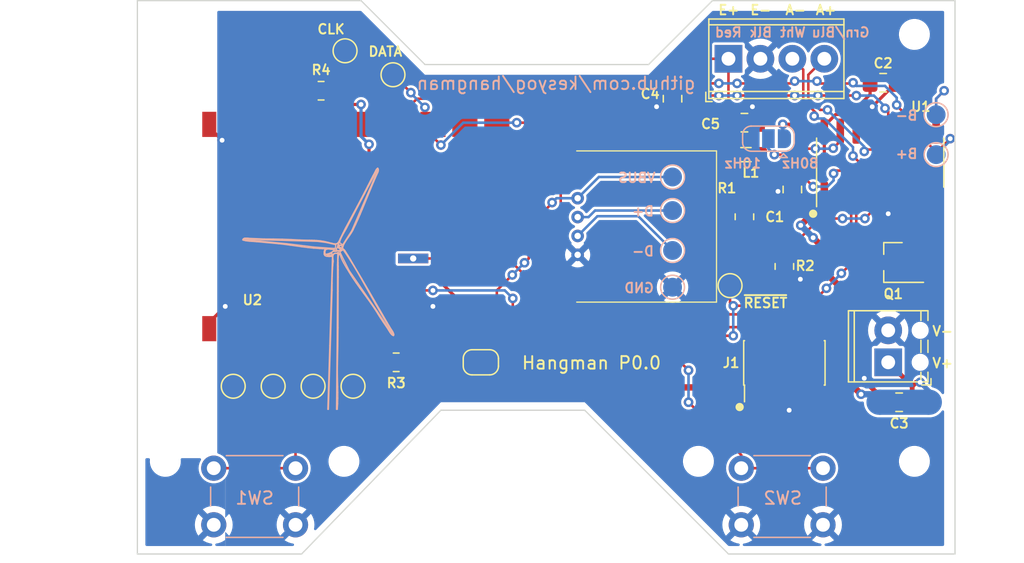
<source format=kicad_pcb>
(kicad_pcb (version 20221018) (generator pcbnew)
  (layers (0 "F.Cu" signal) (31 "B.Cu" signal) (34 "B.Paste" user) (35 "F.Paste" user) (36 "B.SilkS" user "B.Silkscreen") (37 "F.SilkS" user "F.Silkscreen") (38 "B.Mask" user) (39 "F.Mask" user) (44 "Edge.Cuts" user))
  (net 0 "")
  (net 1 "Net-(U1-VBG)")
  (net 2 "GND")
  (net 3 "VCC")
  (net 4 "+BATT")
  (net 5 "/E+")
  (net 6 "/SWDIO")
  (net 7 "/SWDCLK")
  (net 11 "/RESET")
  (net 12 "/A-")
  (net 13 "/A+")
  (net 14 "Net-(JP1-C)")
  (net 15 "/VBUS")
  (net 16 "Net-(Q1-C)")
  (net 17 "Net-(Q1-B)")
  (net 18 "Net-(U1-VFB)")
  (net 19 "/USB_D-")
  (net 20 "/B+")
  (net 21 "/B-")
  (net 22 "/USB_D+")
  (net 23 "/DEBUG1")
  (net 24 "/DEBUG2")
  (net 25 "/DEBUG3")
  (net 26 "/DEBUG4")
  (net 27 "/HX711_DATA")
  (net 28 "/HX711_CLK")
  (net 37 "/SW1")
  (net 38 "/SW2")
  (footprint "Connector_PinHeader_1.27mm:PinHeader_2x05_P1.27mm_Vertical_SMD" (layer "F.Cu") (at 127.635 78.785 90)
    (fp_text reference "J1")
    (fp_text value "Conn_ARM_JTAG_SWD_10")
  )
  (footprint "TestPoint:TestPoint_Pad_D1.5mm" (layer "F.Cu") (at 90.17 80.645)
    (fp_text reference "TP8" hide)
    (fp_text value "TestPoint_Small")
  )
  (footprint "Package_SO:SOP-16_3.9x9.9mm_P1.27mm" (layer "F.Cu") (at 135.255 62.865 90)
    (fp_text reference "U1")
    (fp_text value "HX711")
  )
  (footprint "TerminalBlock_Phoenix:TerminalBlock_Phoenix_MPT-0,5-4-2.54_1x04_P2.54mm_Horizontal" (layer "F.Cu") (at 123.19 54.61)
    (fp_text reference "J3" hide)
    (fp_text value "Screw_Terminal_01x04")
  )
  (footprint "TestPoint:TestPoint_Pad_D1.5mm" (layer "F.Cu") (at 92.71 53.975)
    (fp_text reference "TP12" hide)
    (fp_text value "TestPoint_Small")
  )
  (footprint "MountingHole:MountingHole_2.2mm_M2" (layer "F.Cu") (at 137.9728 52.67325)
    (fp_text reference "H7" hide)
    (fp_text value "MountingHole" hide)
  )
  (footprint "MountingHole:MountingHole_2.2mm_M2" (layer "F.Cu") (at 92.6211 86.614)
    (fp_text reference "H5" hide)
    (fp_text value "MountingHole" hide)
  )
  (footprint "Inductor_SMD:L_0805_2012Metric_Pad1.05x1.20mm_HandSolder" (layer "F.Cu") (at 124.58 62.23)
    (fp_text reference "L1")
    (fp_text value "3.3uH")
  )
  (footprint "TestPoint:TestPoint_Pad_D1.5mm" (layer "F.Cu") (at 123.317 72.644)
    (fp_text reference "TP13" hide)
    (fp_text value "TestPoint")
  )
  (footprint "MountingHole:MountingHole_2.2mm_M2" (layer "F.Cu") (at 120.8024 86.614)
    (fp_text reference "H2" hide)
    (fp_text value "MountingHole" hide)
  )
  (footprint "Capacitor_SMD:C_0805_2012Metric_Pad1.18x1.45mm_HandSolder" (layer "F.Cu") (at 124.46 59.69)
    (fp_text reference "C5")
    (fp_text value "0.1uF")
  )
  (footprint "Capacitor_SMD:C_0805_2012Metric_Pad1.18x1.45mm_HandSolder" (layer "F.Cu") (at 118.745 57.785 -90)
    (fp_text reference "C4")
    (fp_text value "10uF")
  )
  (footprint "Package_TO_SOT_SMD:SOT-23_Handsoldering" (layer "F.Cu") (at 136.295 70.805 180)
    (fp_text reference "Q1")
    (fp_text value "MMBT4403")
  )
  (footprint "hangman:pca10059" (layer "F.Cu") (at 81.915 75.565)
    (fp_text reference "U2")
    (fp_text value "pca10059")
  )
  (footprint "Capacitor_SMD:C_0805_2012Metric_Pad1.18x1.45mm_HandSolder" (layer "F.Cu") (at 128.27 65.0025 -90)
    (fp_text reference "C1")
    (fp_text value "0.1uF")
  )
  (footprint "Resistor_SMD:R_0805_2012Metric_Pad1.20x1.40mm_HandSolder" (layer "F.Cu") (at 90.805 57.15 180)
    (fp_text reference "R4")
    (fp_text value "100k")
  )
  (footprint "Resistor_SMD:R_0805_2012Metric_Pad1.20x1.40mm_HandSolder" (layer "F.Cu") (at 124.46 67.17 -90)
    (fp_text reference "R1")
    (fp_text value "20k")
  )
  (footprint "MountingHole:MountingHole_2.2mm_M2" (layer "F.Cu") (at 137.9728 86.614)
    (fp_text reference "H6" hide)
    (fp_text value "MountingHole" hide)
  )
  (footprint "Capacitor_SMD:C_0805_2012Metric_Pad1.18x1.45mm_HandSolder" (layer "F.Cu") (at 135.4875 56.515)
    (fp_text reference "C2")
    (fp_text value "10uF")
  )
  (footprint "Resistor_SMD:R_0805_2012Metric_Pad1.20x1.40mm_HandSolder" (layer "F.Cu") (at 127.635 71.12 -90)
    (fp_text reference "R2")
    (fp_text value "8.2k")
  )
  (footprint "TestPoint:TestPoint_Pad_D1.5mm" (layer "F.Cu") (at 83.82 80.645)
    (fp_text reference "TP10" hide)
    (fp_text value "TestPoint_Small")
  )
  (footprint "TerminalBlock_Phoenix:TerminalBlock_Phoenix_MPT-0,5-2-2.54_1x02_P2.54mm_Horizontal" (layer "F.Cu") (at 135.89 78.74 90)
    (fp_text reference "J2" hide)
    (fp_text value "Screw_Terminal_01x02")
  )
  (footprint "TestPoint:TestPoint_Pad_D1.5mm" (layer "F.Cu") (at 86.995 80.645)
    (fp_text reference "TP9" hide)
    (fp_text value "TestPoint_Small")
  )
  (footprint "Capacitor_SMD:C_0805_2012Metric_Pad1.18x1.45mm_HandSolder" (layer "F.Cu") (at 136.7575 81.915 180)
    (fp_text reference "C3")
    (fp_text value "10uF")
  )
  (footprint "TestPoint:TestPoint_Pad_D1.5mm" (layer "F.Cu") (at 96.52 55.88)
    (fp_text reference "TP11" hide)
    (fp_text value "TestPoint_Small")
  )
  (footprint "Jumper:SolderJumper-2_P1.3mm_Bridged_RoundedPad1.0x1.5mm" (layer "F.Cu") (at 103.505 78.74)
    (fp_text reference "JP2" hide)
    (fp_text value "SolderJumper_2_Bridged")
  )
  (footprint "MountingHole:MountingHole_2.2mm_M2" (layer "F.Cu") (at 78.4225 86.614)
    (fp_text reference "H1" hide)
    (fp_text value "MountingHole" hide)
  )
  (footprint "TestPoint:TestPoint_Pad_D1.5mm" (layer "F.Cu") (at 93.345 80.645)
    (fp_text reference "TP6" hide)
    (fp_text value "TestPoint_Small")
  )
  (footprint "MountingHole:MountingHole_2.2mm_M2" (layer "F.Cu") (at 78.74 52.4764)
    (fp_text reference "H3" hide)
    (fp_text value "MountingHole" hide)
  )
  (footprint "Resistor_SMD:R_0805_2012Metric_Pad1.20x1.40mm_HandSolder" (layer "F.Cu") (at 96.774 78.74 180)
    (fp_text reference "R3")
    (fp_text value "100k")
  )
  (footprint "Jumper:SolderJumper-3_P1.3mm_Open_RoundedPad1.0x1.5mm" (layer "B.Cu") (at 126.365 60.96 180)
    (fp_text reference "JP1" hide)
    (fp_text value "SolderJumper_3_Open")
  )
  (footprint "TestPoint:TestPoint_Pad_D1.5mm" (layer "B.Cu") (at 118.745 64.008 180)
    (fp_text reference "TP5" hide)
    (fp_text value "TestPoint_Small")
  )
  (footprint "Button_Switch_THT:SW_PUSH_6mm_H7.3mm" (layer "B.Cu") (at 88.7718 87.158 180)
    (fp_text reference "SW1")
    (fp_text value "2223-TS02-66-70-BK-160-LCR-D-ND (Digikey)")
  )
  (footprint "TestPoint:TestPoint_Pad_D1.5mm" (layer "B.Cu") (at 118.745 69.85 180)
    (fp_text reference "TP1" hide)
    (fp_text value "TestPoint_Small")
  )
  (footprint "TestPoint:TestPoint_Pad_D1.5mm" (layer "B.Cu") (at 139.7 62.23 180)
    (fp_text reference "TP2" hide)
    (fp_text value "TestPoint")
  )
  (footprint "TestPoint:TestPoint_Pad_D1.5mm" (layer "B.Cu") (at 118.745 72.771 180)
    (fp_text reference "TP7" hide)
    (fp_text value "TestPoint_Small")
  )
  (footprint "TestPoint:TestPoint_Pad_D1.5mm" (layer "B.Cu") (at 139.7 59.055 180)
    (fp_text reference "TP3" hide)
    (fp_text value "TestPoint")
  )
  (footprint "TestPoint:TestPoint_Pad_D1.5mm" (layer "B.Cu") (at 118.745 66.675 180)
    (fp_text reference "TP4" hide)
    (fp_text value "TestPoint_Small")
  )
  (footprint "NetTie:NetTie-2_SMD_Pad2.0mm" (layer "B.Cu") (at 137.16 81.915)
    (fp_text reference "NT1" hide)
    (fp_text value "NetTie_2" hide)
  )
  (footprint "Button_Switch_THT:SW_PUSH_6mm_H7.3mm" (layer "B.Cu") (at 130.7072 87.158 180)
    (fp_text reference "SW2")
    (fp_text value "2223-TS02-66-70-BK-160-LCR-D-ND (Digikey)")
  )
  (gr_line (start 96.05105 75.686797) (end 96.12328 75.799829) (stroke (width 0.099999)) (layer "B.SilkS"))
  (gr_line (start 91.21155 69.754689) (end 91.230849 69.747045) (stroke (width 0.099999)) (layer "B.SilkS"))
  (gr_line (start 91.248803 70.30588) (end 91.286664 70.313749) (stroke (width 0.099999)) (layer "B.SilkS"))
  (gr_line (start 92.401821 69.733093) (end 92.426468 69.73531) (stroke (width 0.099999)) (layer "B.SilkS"))
  (gr_line (start 96.042933 75.550016) (end 95.716937 74.988739) (stroke (width 0.099999)) (layer "B.SilkS"))
  (gr_line (start 92.132018 69.862993) (end 92.10436 69.857557) (stroke (width 0.099999)) (layer "B.SilkS"))
  (gr_line (start 92.103226 79.781276) (end 92.100107 79.331053) (stroke (width 0.099999)) (layer "B.SilkS"))
  (gr_line (start 92.406275 69.451655) (end 92.417354 69.459148) (stroke (width 0.099999)) (layer "B.SilkS"))
  (gr_line (start 92.044718 69.31515) (end 92.031371 69.319445) (stroke (width 0.099999)) (layer "B.SilkS"))
  (gr_line (start 91.076637 69.860597) (end 91.066742 69.899961) (stroke (width 0.099999)) (layer "B.SilkS"))
  (gr_line (start 91.058851 70.139815) (end 91.063291 70.157227) (stroke (width 0.099999)) (layer "B.SilkS"))
  (gr_line (start 92.234687 69.454484) (end 92.23988 69.446787) (stroke (width 0.099999)) (layer "B.SilkS"))
  (gr_line (start 91.025449 69.12793) (end 90.899092 69.105314) (stroke (width 0.099999)) (layer "B.SilkS"))
  (gr_line (start 92.634895 69.793715) (end 92.623666 69.782866) (stroke (width 0.099999)) (layer "B.SilkS"))
  (gr_line (start 91.691316 71.893801) (end 91.700893 71.611874) (stroke (width 0.099999)) (layer "B.SilkS"))
  (gr_line (start 92.709893 71.038369) (end 92.817343 71.218929) (stroke (width 0.099999)) (layer "B.SilkS"))
  (gr_line (start 91.521125 70.252625) (end 91.482193 70.253188) (stroke (width 0.099999)) (layer "B.SilkS"))
  (gr_line (start 92.30275 69.616635) (end 92.292381 69.608105) (stroke (width 0.099999)) (layer "B.SilkS"))
  (gr_line (start 92.363509 69.804468) (end 92.335035 69.821392) (stroke (width 0.099999)) (layer "B.SilkS"))
  (gr_line (start 91.70645 70.295274) (end 91.492364 77.41547) (stroke (width 0.099999)) (layer "B.SilkS"))
  (gr_line (start 96.506583 76.50885) (end 96.097691 75.948838) (stroke (width 0.099999)) (layer "B.SilkS"))
  (gr_line (start 91.856489 70.096253) (end 91.86737 70.09225) (stroke (width 0.099999)) (layer "B.SilkS"))
  (gr_line (start 92.466525 70.574054) (end 92.510956 70.668767) (stroke (width 0.099999)) (layer "B.SilkS"))
  (gr_line (start 91.738112 69.934934) (end 91.692995 69.967012) (stroke (width 0.099999)) (layer "B.SilkS"))
  (gr_line (start 87.707386 68.954547) (end 86.9995 68.940005) (stroke (width 0.099999)) (layer "B.SilkS"))
  (gr_line (start 92.961192 68.813167) (end 93.06699 68.66148) (stroke (width 0.099999)) (layer "B.SilkS"))
  (gr_line (start 96.564474 76.599049) (end 96.567851 76.582585) (stroke (width 0.099999)) (layer "B.SilkS"))
  (gr_line (start 93.905585 66.982062) (end 94.07908 66.572801) (stroke (width 0.099999)) (layer "B.SilkS"))
  (gr_line (start 92.464132 69.504086) (end 92.471353 69.514058) (stroke (width 0.099999)) (layer "B.SilkS"))
  (gr_line (start 96.374958 76.207632) (end 96.406286 76.267277) (stroke (width 0.099999)) (layer "B.SilkS"))
  (gr_line (start 92.506474 69.708589) (end 92.572394 69.435998) (stroke (width 0.099999)) (layer "B.SilkS"))
  (gr_line (start 92.325721 68.908639) (end 92.234802 69.109272) (stroke (width 0.099999)) (layer "B.SilkS"))
  (gr_line (start 84.647179 68.917393) (end 84.636207 68.925772) (stroke (width 0.099999)) (layer "B.SilkS"))
  (gr_line (start 91.052667 70.102922) (end 91.055321 70.121684) (stroke (width 0.099999)) (layer "B.SilkS"))
  (gr_line (start 91.570505 70.319445) (end 91.608146 70.314755) (stroke (width 0.099999)) (layer "B.SilkS"))
  (gr_line (start 92.093212 82.48334) (end 92.118628 82.035377) (stroke (width 0.099999)) (layer "B.SilkS"))
  (gr_line (start 92.159797 73.095349) (end 92.167597 71.959605) (stroke (width 0.099999)) (layer "B.SilkS"))
  (gr_line (start 92.656473 69.816605) (end 92.634895 69.793715) (stroke (width 0.099999)) (layer "B.SilkS"))
  (gr_line (start 92.447379 69.484908) (end 92.456121 69.494345) (stroke (width 0.099999)) (layer "B.SilkS"))
  (gr_line (start 92.36099 69.646217) (end 92.348674 69.642356) (stroke (width 0.099999)) (layer "B.SilkS"))
  (gr_line (start 91.592749 70.244388) (end 91.558374 70.249879) (stroke (width 0.099999)) (layer "B.SilkS"))
  (gr_line (start 94.178447 73.242221) (end 94.476847 73.651278) (stroke (width 0.099999)) (layer "B.SilkS"))
  (gr_line (start 92.779814 68.001916) (end 92.720646 68.113865) (stroke (width 0.099999)) (layer "B.SilkS"))
  (gr_line (start 90.770769 69.086153) (end 90.639753 69.070863) (stroke (width 0.099999)) (layer "B.SilkS"))
  (gr_line (start 93.445006 71.095295) (end 93.295092 70.840627) (stroke (width 0.099999)) (layer "B.SilkS"))
  (gr_line (start 89.309886 69.023327) (end 89.119709 69.014524) (stroke (width 0.099999)) (layer "B.SilkS"))
  (gr_line (start 93.577966 71.371656) (end 93.894559 71.917493) (stroke (width 0.099999)) (layer "B.SilkS"))
  (gr_line (start 92.483188 69.534404) (end 92.487685 69.544633) (stroke (width 0.099999)) (layer "B.SilkS"))
  (gr_line (start 92.178573 69.617303) (end 92.186455 69.627147) (stroke (width 0.099999)) (layer "B.SilkS"))
  (gr_line (start 92.28863 69.422934) (end 92.303325 69.421746) (stroke (width 0.099999)) (layer "B.SilkS"))
  (gr_line (start 96.548083 76.416704) (end 96.535076 76.38377) (stroke (width 0.099999)) (layer "B.SilkS"))
  (gr_line (start 92.154409 69.422265) (end 92.149941 69.433842) (stroke (width 0.099999)) (layer "B.SilkS"))
  (gr_line (start 93.169839 68.50796) (end 93.219159 68.429975) (stroke (width 0.099999)) (layer "B.SilkS"))
  (gr_line (start 95.348852 63.481809) (end 95.349565 63.465716) (stroke (width 0.099999)) (layer "B.SilkS"))
  (gr_line (start 96.562819 76.466428) (end 96.558611 76.449823) (stroke (width 0.099999)) (layer "B.SilkS"))
  (gr_line (start 91.757581 70.7753) (end 91.759706 70.741774) (stroke (width 0.099999)) (layer "B.SilkS"))
  (gr_line (start 92.075 69.85) (end 92.043579 69.840393) (stroke (width 0.099999)) (layer "B.SilkS"))
  (gr_line (start 92.213269 69.654111) (end 92.223149 69.662244) (stroke (width 0.099999)) (layer "B.SilkS"))
  (gr_line (start 91.533679 69.741396) (end 91.588956 69.749622) (stroke (width 0.099999)) (layer "B.SilkS"))
  (gr_line (start 92.810193 68.099543) (end 92.84723 68.028593) (stroke (width 0.099999)) (layer "B.SilkS"))
  (gr_line (start 96.571434 76.532919) (end 96.570614 76.516305) (stroke (width 0.099999)) (layer "B.SilkS"))
  (gr_line (start 92.768189 69.974643) (end 92.733459 69.919638) (stroke (width 0.099999)) (layer "B.SilkS"))
  (gr_line (start 91.286664 70.313749) (end 91.326129 70.319595) (stroke (width 0.099999)) (layer "B.SilkS"))
  (gr_line (start 92.370656 69.433472) (end 92.382868 69.438744) (stroke (width 0.099999)) (layer "B.SilkS"))
  (gr_line (start 92.444787 69.641898) (end 92.431353 69.645673) (stroke (width 0.099999)) (layer "B.SilkS"))
  (gr_line (start 94.990678 63.953437) (end 95.026647 63.873638) (stroke (width 0.099999)) (layer "B.SilkS"))
  (gr_line (start 92.770989 68.171172) (end 92.810193 68.099543) (stroke (width 0.099999)) (layer "B.SilkS"))
  (gr_line (start 95.13025 74.108788) (end 95.983608 75.575489) (stroke (width 0.099999)) (layer "B.SilkS"))
  (gr_line (start 91.055321 70.121684) (end 91.058851 70.139815) (stroke (width 0.099999)) (layer "B.SilkS"))
  (gr_line (start 91.835862 70.106046) (end 91.845976 70.10084) (stroke (width 0.099999)) (layer "B.SilkS"))
  (gr_line (start 91.404027 70.250003) (end 91.333384 70.244806) (stroke (width 0.099999)) (layer "B.SilkS"))
  (gr_line (start 95.227066 63.478393) (end 95.252663 63.445609) (stroke (width 0.099999)) (layer "B.SilkS"))
  (gr_line (start 91.110905 69.938863) (end 91.112348 69.916129) (stroke (width 0.099999)) (layer "B.SilkS"))
  (gr_line (start 84.890165 68.877086) (end 84.856905 68.876076) (stroke (width 0.099999)) (layer "B.SilkS"))
  (gr_line (start 91.829758 69.846628) (end 91.814225 69.86516) (stroke (width 0.099999)) (layer "B.SilkS"))
  (gr_line (start 91.119764 70.162003) (end 91.11943 70.143075) (stroke (width 0.099999)) (layer "B.SilkS"))
  (gr_line (start 92.301976 69.70723) (end 92.326578 69.716247) (stroke (width 0.099999)) (layer "B.SilkS"))
  (gr_line (start 92.228445 69.502433) (end 92.227248 69.491894) (stroke (width 0.099999)) (layer "B.SilkS"))
  (gr_line (start 91.130679 69.730689) (end 91.115548 69.757626) (stroke (width 0.099999)) (layer "B.SilkS"))
  (gr_line (start 95.118081 63.667407) (end 95.137858 63.627153) (stroke (width 0.099999)) (layer "B.SilkS"))
  (gr_line (start 91.825577 69.320295) (end 91.795363 69.31431) (stroke (width 0.099999)) (layer "B.SilkS"))
  (gr_line (start 91.779046 70.162698) (end 91.785435 70.152197) (stroke (width 0.099999)) (layer "B.SilkS"))
  (gr_line (start 89.277034 69.555721) (end 89.745404 69.615097) (stroke (width 0.099999)) (layer "B.SilkS"))
  (gr_line (start 91.408009 70.325738) (end 91.44949 70.326294) (stroke (width 0.099999)) (layer "B.SilkS"))
  (gr_line (start 92.602208 68.463881) (end 92.68802 68.316348) (stroke (width 0.099999)) (layer "B.SilkS"))
  (gr_line (start 91.808255 70.125717) (end 91.816969 70.118449) (stroke (width 0.099999)) (layer "B.SilkS"))
  (gr_line (start 92.149941 69.433842) (end 92.145914 69.445608) (stroke (width 0.099999)) (layer "B.SilkS"))
  (gr_line (start 92.238482 69.535395) (end 92.234118 69.524278) (stroke (width 0.099999)) (layer "B.SilkS"))
  (gr_line (start 91.058841 69.940674) (end 91.053209 69.98203) (stroke (width 0.099999)) (layer "B.SilkS"))
  (gr_line (start 95.328046 74.908734) (end 95.424989 75.064817) (stroke (width 0.099999)) (layer "B.SilkS"))
  (gr_line (start 91.643662 70.309077) (end 91.676585 70.30254) (stroke (width 0.099999)) (layer "B.SilkS"))
  (gr_line (start 92.575439 69.744158) (end 92.562472 69.735804) (stroke (width 0.099999)) (layer "B.SilkS"))
  (gr_line (start 92.234118 69.524278) (end 92.230753 69.513259) (stroke (width 0.099999)) (layer "B.SilkS"))
  (gr_line (start 96.294603 76.376927) (end 96.318791 76.41119) (stroke (width 0.099999)) (layer "B.SilkS"))
  (gr_line (start 92.185915 69.331945) (end 92.185059 69.337669) (stroke (width 0.099999)) (layer "B.SilkS"))
  (gr_line (start 92.913712 70.304133) (end 93.252058 70.832832) (stroke (width 0.099999)) (layer "B.SilkS"))
  (gr_line (start 96.12328 75.799829) (end 96.197609 75.914489) (stroke (width 0.099999)) (layer "B.SilkS"))
  (gr_line (start 91.644183 69.99707) (end 91.592435 70.024995) (stroke (width 0.099999)) (layer "B.SilkS"))
  (gr_line (start 91.316206 70.128738) (end 91.262774 70.14153) (stroke (width 0.099999)) (layer "B.SilkS"))
  (gr_line (start 91.371254 70.113145) (end 91.316206 70.128738) (stroke (width 0.099999)) (layer "B.SilkS"))
  (gr_line (start 91.490711 70.325344) (end 91.531205 70.323018) (stroke (width 0.099999)) (layer "B.SilkS"))
  (gr_line (start 92.13758 69.495305) (end 92.13807 69.509436) (stroke (width 0.099999)) (layer "B.SilkS"))
  (gr_line (start 91.149508 70.268846) (end 91.164229 70.276511) (stroke (width 0.099999)) (layer "B.SilkS"))
  (gr_line (start 92.32018 70.183145) (end 92.351381 70.282868) (stroke (width 0.099999)) (layer "B.SilkS"))
  (gr_line (start 94.099573 65.526066) (end 93.663325 66.353647) (stroke (width 0.099999)) (layer "B.SilkS"))
  (gr_line (start 92.194223 69.182285) (end 92.178991 69.204905) (stroke (width 0.099999)) (layer "B.SilkS"))
  (gr_line (start 94.992593 64.3741) (end 95.111778 64.093964) (stroke (width 0.099999)) (layer "B.SilkS"))
  (gr_line (start 91.439774 69.661214) (end 90.239741 69.575322) (stroke (width 0.099999)) (layer "B.SilkS"))
  (gr_line (start 91.326129 70.319595) (end 91.366733 70.323549) (stroke (width 0.099999)) (layer "B.SilkS"))
  (gr_line (start 95.315626 63.323721) (end 95.306552 63.308407) (stroke (width 0.099999)) (layer "B.SilkS"))
  (gr_line (start 84.590104 68.998818) (end 84.586249 69.015268) (stroke (width 0.099999)) (layer "B.SilkS"))
  (gr_line (start 92.026457 69.922063) (end 91.839785 69.922063) (stroke (width 0.099999)) (layer "B.SilkS"))
  (gr_line (start 95.347406 63.497935) (end 95.348852 63.481809) (stroke (width 0.099999)) (layer "B.SilkS"))
  (gr_line (start 92.151964 70.532709) (end 92.153364 70.473818) (stroke (width 0.099999)) (layer "B.SilkS"))
  (gr_line (start 92.562472 69.735804) (end 92.549109 69.72804) (stroke (width 0.099999)) (layer "B.SilkS"))
  (gr_line (start 92.474927 69.625266) (end 92.466515 69.631622) (stroke (width 0.099999)) (layer "B.SilkS"))
  (gr_line (start 92.082853 69.297714) (end 92.070482 69.304317) (stroke (width 0.099999)) (layer "B.SilkS"))
  (gr_line (start 96.473458 76.570213) (end 96.489808 76.580965) (stroke (width 0.099999)) (layer "B.SilkS"))
  (gr_line (start 91.115548 69.757626) (end 91.101314 69.788725) (stroke (width 0.099999)) (layer "B.SilkS"))
  (gr_line (start 91.090836 70.217928) (end 91.100339 70.230427) (stroke (width 0.099999)) (layer "B.SilkS"))
  (gr_line (start 91.677355 70.14011) (end 91.679939 70.156171) (stroke (width 0.099999)) (layer "B.SilkS"))
  (gr_line (start 92.171098 69.867009) (end 92.158333 69.866234) (stroke (width 0.099999)) (layer "B.SilkS"))
  (gr_line (start 92.535332 69.720896) (end 92.521126 69.714402) (stroke (width 0.099999)) (layer "B.SilkS"))
  (gr_line (start 92.118628 82.035377) (end 92.129125 81.585803) (stroke (width 0.099999)) (layer "B.SilkS"))
  (gr_line (start 91.759932 70.705901) (end 91.758644 70.668047) (stroke (width 0.099999)) (layer "B.SilkS"))
  (gr_line (start 92.232801 69.862067) (end 92.220594 69.864261) (stroke (width 0.099999)) (layer "B.SilkS"))
  (gr_line (start 92.13807 69.509436) (end 92.139454 69.523137) (stroke (width 0.099999)) (layer "B.SilkS"))
  (gr_line (start 91.973121 69.388635) (end 91.937574 69.689385) (stroke (width 0.099999)) (layer "B.SilkS"))
  (gr_line (start 92.426468 69.76201) (end 92.393868 69.784699) (stroke (width 0.099999)) (layer "B.SilkS"))
  (gr_line (start 91.130543 69.834571) (end 91.134553 69.82585) (stroke (width 0.099999)) (layer "B.SilkS"))
  (gr_line (start 92.163999 69.399527) (end 92.154409 69.422265) (stroke (width 0.099999)) (layer "B.SilkS"))
  (gr_line (start 92.168572 71.392423) (end 92.165768 71.109964) (stroke (width 0.099999)) (layer "B.SilkS"))
  (gr_line (start 91.792455 70.142556) (end 91.800072 70.133741) (stroke (width 0.099999)) (layer "B.SilkS"))
  (gr_line (start 91.800072 70.133741) (end 91.808255 70.125717) (stroke (width 0.099999)) (layer "B.SilkS"))
  (gr_line (start 96.184034 76.201203) (end 96.226728 76.270963) (stroke (width 0.099999)) (layer "B.SilkS"))
  (gr_line (start 92.335035 69.821392) (end 92.308085 69.835541) (stroke (width 0.099999)) (layer "B.SilkS"))
  (gr_line (start 92.137721 69.488814) (end 92.13758 69.495305) (stroke (width 0.099999)) (layer "B.SilkS"))
  (gr_line (start 92.156564 70.415094) (end 92.161948 70.357626) (stroke (width 0.099999)) (layer "B.SilkS"))
  (gr_line (start 91.150564 69.153585) (end 91.025449 69.12793) (stroke (width 0.099999)) (layer "B.SilkS"))
  (gr_line (start 91.653114 69.278276) (end 91.399971 69.212349) (stroke (width 0.099999)) (layer "B.SilkS"))
  (gr_line (start 95.223013 63.385129) (end 95.205943 63.407166) (stroke (width 0.099999)) (layer "B.SilkS"))
  (gr_line (start 96.523887 76.600001) (end 96.541652 76.608197) (stroke (width 0.099999)) (layer "B.SilkS"))
  (gr_line (start 96.408625 76.165078) (end 96.373249 76.108769) (stroke (width 0.099999)) (layer "B.SilkS"))
  (gr_line (start 95.346859 63.417719) (end 95.344193 63.401841) (stroke (width 0.099999)) (layer "B.SilkS"))
  (gr_line (start 91.681683 72.457423) (end 91.691316 71.893801) (stroke (width 0.099999)) (layer "B.SilkS"))
  (gr_line (start 92.100107 79.331053) (end 92.106462 78.882182) (stroke (width 0.099999)) (layer "B.SilkS"))
  (gr_line (start 95.348613 63.433663) (end 95.346859 63.417719) (stroke (width 0.099999)) (layer "B.SilkS"))
  (gr_line (start 92.36656 68.918261) (end 92.400732 68.841477) (stroke (width 0.099999)) (layer "B.SilkS"))
  (gr_line (start 91.442764 70.252127) (end 91.404027 70.250003) (stroke (width 0.099999)) (layer "B.SilkS"))
  (gr_line (start 95.180135 63.549785) (end 95.202942 63.513208) (stroke (width 0.099999)) (layer "B.SilkS"))
  (gr_line (start 92.437964 69.475848) (end 92.447379 69.484908) (stroke (width 0.099999)) (layer "B.SilkS"))
  (gr_line (start 93.727787 67.388644) (end 93.905585 66.982062) (stroke (width 0.099999)) (layer "B.SilkS"))
  (gr_line (start 92.915892 70.205576) (end 92.835362 70.081937) (stroke (width 0.099999)) (layer "B.SilkS"))
  (gr_line (start 94.972208 63.991686) (end 94.990678 63.953437) (stroke (width 0.099999)) (layer "B.SilkS"))
  (gr_line (start 92.533139 69.388624) (end 92.506474 69.388624) (stroke (width 0.099999)) (layer "B.SilkS"))
  (gr_line (start 91.756225 70.628581) (end 91.742939 70.461919) (stroke (width 0.099999)) (layer "B.SilkS"))
  (gr_line (start 91.100339 70.230427) (end 91.110958 70.241678) (stroke (width 0.099999)) (layer "B.SilkS"))
  (gr_line (start 92.613792 69.35448) (end 92.658046 69.274438) (stroke (width 0.099999)) (layer "B.SilkS"))
  (gr_line (start 91.86737 70.09225) (end 91.890103 70.085856) (stroke (width 0.099999)) (layer "B.SilkS"))
  (gr_line (start 92.223149 69.662244) (end 92.233443 69.66995) (stroke (width 0.099999)) (layer "B.SilkS"))
  (gr_line (start 92.753525 69.117927) (end 92.855639 68.964743) (stroke (width 0.099999)) (layer "B.SilkS"))
  (gr_line (start 92.129125 81.585803) (end 92.128768 81.135113) (stroke (width 0.099999)) (layer "B.SilkS"))
  (gr_line (start 93.247239 68.268594) (end 92.533139 69.388624) (stroke (width 0.099999)) (layer "B.SilkS"))
  (gr_line (start 92.142497 69.457599) (end 92.139857 69.469855) (stroke (width 0.099999)) (layer "B.SilkS"))
  (gr_line (start 85.128291 69.111506) (end 85.266534 69.121586) (stroke (width 0.099999)) (layer "B.SilkS"))
  (gr_line (start 91.492364 77.41547) (end 91.337956 82.483141) (stroke (width 0.099999)) (layer "B.SilkS"))
  (gr_line (start 92.133137 70.081948) (end 92.106471 70.988636) (stroke (width 0.099999)) (layer "B.SilkS"))
  (gr_line (start 92.817343 71.218929) (end 93.034648 71.575303) (stroke (width 0.099999)) (layer "B.SilkS"))
  (gr_line (start 91.082413 70.204271) (end 91.090836 70.217928) (stroke (width 0.099999)) (layer "B.SilkS"))
  (gr_line (start 96.485933 76.448032) (end 96.506583 76.50885) (stroke (width 0.099999)) (layer "B.SilkS"))
  (gr_line (start 91.112348 69.916129) (end 91.11487 69.89413) (stroke (width 0.099999)) (layer "B.SilkS"))
  (gr_line (start 92.275658 69.425441) (end 92.28863 69.422934) (stroke (width 0.099999)) (layer "B.SilkS"))
  (gr_line (start 91.66409 70.10313) (end 91.672121 70.122453) (stroke (width 0.099999)) (layer "B.SilkS"))
  (gr_line (start 92.517437 68.613536) (end 92.602208 68.463881) (stroke (width 0.099999)) (layer "B.SilkS"))
  (gr_line (start 91.608146 70.314755) (end 91.643662 70.309077) (stroke (width 0.099999)) (layer "B.SilkS"))
  (gr_line (start 94.587712 73.038195) (end 94.019879 72.064742) (stroke (width 0.099999)) (layer "B.SilkS"))
  (gr_line (start 92.181095 69.354667) (end 92.177501 69.365898) (stroke (width 0.099999)) (layer "B.SilkS"))
  (gr_line (start 91.855967 69.808354) (end 91.843704 69.827688) (stroke (width 0.099999)) (layer "B.SilkS"))
  (gr_line (start 96.503248 76.318777) (end 96.485234 76.286876) (stroke (width 0.099999)) (layer "B.SilkS"))
  (gr_line (start 92.213027 70.162079) (end 92.223529 70.143743) (stroke (width 0.099999)) (layer "B.SilkS"))
  (gr_line (start 92.121622 80.683799) (end 92.103226 79.781276) (stroke (width 0.099999)) (layer "B.SilkS"))
  (gr_line (start 92.557847 70.762462) (end 92.60686 70.855231) (stroke (width 0.099999)) (layer "B.SilkS"))
  (gr_line (start 92.68802 68.316348) (end 92.770989 68.171172) (stroke (width 0.099999)) (layer "B.SilkS"))
  (gr_line (start 92.491156 69.554802) (end 92.493543 69.564838) (stroke (width 0.099999)) (layer "B.SilkS"))
  (gr_line (start 92.399053 69.650132) (end 92.386235 69.650199) (stroke (width 0.099999)) (layer "B.SilkS"))
  (gr_line (start 90.506412 69.124162) (end 91.199765 69.213083) (stroke (width 0.099999)) (layer "B.SilkS"))
  (gr_line (start 91.680023 70.170706) (end 91.677754 70.183784) (stroke (width 0.099999)) (layer "B.SilkS"))
  (gr_line (start 91.759706 70.741774) (end 91.759932 70.705901) (stroke (width 0.099999)) (layer "B.SilkS"))
  (gr_line (start 92.165768 71.109964) (end 92.159797 70.828626) (stroke (width 0.099999)) (layer "B.SilkS"))
  (gr_line (start 92.351381 70.282868) (end 92.386398 70.381198) (stroke (width 0.099999)) (layer "B.SilkS"))
  (gr_line (start 92.186461 70.002034) (end 92.186461 70.055345) (stroke (width 0.099999)) (layer "B.SilkS"))
  (gr_line (start 92.60686 70.855231) (end 92.709893 71.038369) (stroke (width 0.099999)) (layer "B.SilkS"))
  (gr_line (start 91.592435 70.024995) (end 91.538509 70.050676) (stroke (width 0.099999)) (layer "B.SilkS"))
  (gr_line (start 91.742341 70.298797) (end 91.747059 70.261322) (stroke (width 0.099999)) (layer "B.SilkS"))
  (gr_line (start 91.199765 69.213083) (end 91.973121 69.388635) (stroke (width 0.099999)) (layer "B.SilkS"))
  (gr_line (start 96.466361 76.255476) (end 96.447032 76.224658) (stroke (width 0.099999)) (layer "B.SilkS"))
  (gr_line (start 92.233443 69.66995) (end 92.255134 69.684083) (stroke (width 0.099999)) (layer "B.SilkS"))
  (gr_line (start 92.319798 69.421972) (end 92.332697 69.423263) (stroke (width 0.099999)) (layer "B.SilkS"))
  (gr_line (start 91.134553 69.82585) (end 91.139017 69.81754) (stroke (width 0.099999)) (layer "B.SilkS"))
  (gr_line (start 96.558611 76.449823) (end 96.548083 76.416704) (stroke (width 0.099999)) (layer "B.SilkS"))
  (gr_line (start 84.990627 69.097867) (end 85.128291 69.111506) (stroke (width 0.099999)) (layer "B.SilkS"))
  (gr_line (start 95.335947 63.370315) (end 95.330278 63.354682) (stroke (width 0.099999)) (layer "B.SilkS"))
  (gr_line (start 92.332697 69.423263) (end 92.345512 69.425659) (stroke (width 0.099999)) (layer "B.SilkS"))
  (gr_line (start 92.28503 69.150608) (end 92.308223 69.072856) (stroke (width 0.099999)) (layer "B.SilkS"))
  (gr_line (start 92.264834 69.578978) (end 92.257023 69.568404) (stroke (width 0.099999)) (layer "B.SilkS"))
  (gr_line (start 91.049848 70.063858) (end 91.052667 70.102922) (stroke (width 0.099999)) (layer "B.SilkS"))
  (gr_line (start 92.139454 69.523137) (end 92.141697 69.536408) (stroke (width 0.099999)) (layer "B.SilkS"))
  (gr_line (start 93.06699 68.66148) (end 93.169839 68.50796) (stroke (width 0.099999)) (layer "B.SilkS"))
  (gr_line (start 90.639753 69.070863) (end 90.45011 69.055309) (stroke (width 0.099999)) (layer "B.SilkS"))
  (gr_line (start 91.101314 69.788725) (end 91.088253 69.823283) (stroke (width 0.099999)) (layer "B.SilkS"))
  (gr_line (start 96.163048 76.167646) (end 96.184034 76.201203) (stroke (width 0.099999)) (layer "B.SilkS"))
  (gr_line (start 91.386975 82.483382) (end 91.679792 73.015366) (stroke (width 0.099999)) (layer "B.SilkS"))
  (gr_line (start 91.1106 69.985723) (end 91.110377 69.962128) (stroke (width 0.099999)) (layer "B.SilkS"))
  (gr_line (start 95.099006 63.708349) (end 95.118081 63.667407) (stroke (width 0.099999)) (layer "B.SilkS"))
  (gr_line (start 91.866452 69.78864) (end 91.855967 69.808354) (stroke (width 0.099999)) (layer "B.SilkS"))
  (gr_line (start 92.549487 68.453568) (end 92.325721 68.908639) (stroke (width 0.099999)) (layer "B.SilkS"))
  (gr_line (start 92.351602 69.723563) (end 92.376774 69.729177) (stroke (width 0.099999)) (layer "B.SilkS"))
  (gr_line (start 96.435448 76.327234) (end 96.46211 76.387489) (stroke (width 0.099999)) (layer "B.SilkS"))
  (gr_line (start 91.122727 70.251595) (end 91.135655 70.260546) (stroke (width 0.099999)) (layer "B.SilkS"))
  (gr_line (start 92.106462 78.882182) (end 92.137351 77.436808) (stroke (width 0.099999)) (layer "B.SilkS"))
  (gr_line (start 95.158492 63.587856) (end 95.180135 63.549785) (stroke (width 0.099999)) (layer "B.SilkS"))
  (gr_line (start 96.142123 76.135441) (end 96.163048 76.167646) (stroke (width 0.099999)) (layer "B.SilkS"))
  (gr_line (start 91.370612 69.728126) (end 91.423594 69.72993) (stroke (width 0.099999)) (layer "B.SilkS"))
  (gr_line (start 92.417354 69.459148) (end 92.427936 69.467237) (stroke (width 0.099999)) (layer "B.SilkS"))
  (gr_line (start 89.880341 69.034977) (end 89.500069 69.028691) (stroke (width 0.099999)) (layer "B.SilkS"))
  (gr_line (start 92.84723 68.028593) (end 94.260602 65.335173) (stroke (width 0.099999)) (layer "B.SilkS"))
  (gr_line (start 91.946223 69.331552) (end 91.916459 69.331157) (stroke (width 0.099999)) (layer "B.SilkS"))
  (gr_line (start 96.373249 76.108769) (end 96.207136 75.829963) (stroke (width 0.099999)) (layer "B.SilkS"))
  (gr_line (start 90.899092 69.105314) (end 90.770769 69.086153) (stroke (width 0.099999)) (layer "B.SilkS"))
  (gr_line (start 95.233216 63.81509) (end 95.289101 63.691135) (stroke (width 0.099999)) (layer "B.SilkS"))
  (gr_line (start 92.437593 68.765075) (end 92.476657 68.689085) (stroke (width 0.099999)) (layer "B.SilkS"))
  (gr_line (start 91.839785 69.922063) (end 91.839785 69.895364) (stroke (width 0.099999)) (layer "B.SilkS"))
  (gr_line (start 91.636325 70.229783) (end 91.623063 70.235594) (stroke (width 0.099999)) (layer "B.SilkS"))
  (gr_line (start 94.430054 65.00658) (end 94.603025 64.679803) (stroke (width 0.099999)) (layer "B.SilkS"))
  (gr_line (start 92.106462 69.281976) (end 92.094854 69.290278) (stroke (width 0.099999)) (layer "B.SilkS"))
  (gr_line (start 91.973122 69.81532) (end 92.095338 69.601979) (stroke (width 0.099999)) (layer "B.SilkS"))
  (gr_line (start 84.626077 68.93515) (end 84.616849 68.945578) (stroke (width 0.099999)) (layer "B.SilkS"))
  (gr_line (start 96.343987 76.444336) (end 96.370325 76.476013) (stroke (width 0.099999)) (layer "B.SilkS"))
  (gr_line (start 84.712664 68.888668) (end 84.698344 68.892828) (stroke (width 0.099999)) (layer "B.SilkS"))
  (gr_line (start 92.704757 69.195659) (end 92.753525 69.117927) (stroke (width 0.099999)) (layer "B.SilkS"))
  (gr_line (start 92.139857 69.469855) (end 92.138881 69.476093) (stroke (width 0.099999)) (layer "B.SilkS"))
  (gr_line (start 96.566256 76.48305) (end 96.562819 76.466428) (stroke (width 0.099999)) (layer "B.SilkS"))
  (gr_line (start 91.653112 70.08207) (end 91.66409 70.10313) (stroke (width 0.099999)) (layer "B.SilkS"))
  (gr_line (start 91.320219 69.729898) (end 91.370612 69.728126) (stroke (width 0.099999)) (layer "B.SilkS"))
  (gr_line (start 92.676987 69.840885) (end 92.656473 69.816605) (stroke (width 0.099999)) (layer "B.SilkS"))
  (gr_line (start 92.186798 69.31453) (end 92.186806 69.32038) (stroke (width 0.099999)) (layer "B.SilkS"))
  (gr_line (start 92.148623 69.561664) (end 92.153238 69.573649) (stroke (width 0.099999)) (layer "B.SilkS"))
  (gr_line (start 92.801808 70.029389) (end 92.768189 69.974643) (stroke (width 0.099999)) (layer "B.SilkS"))
  (gr_line (start 92.171276 69.607032) (end 92.178573 69.617303) (stroke (width 0.099999)) (layer "B.SilkS"))
  (gr_line (start 92.24503 69.859251) (end 92.232801 69.862067) (stroke (width 0.099999)) (layer "B.SilkS"))
  (gr_line (start 95.323519 63.339148) (end 95.315626 63.323721) (stroke (width 0.099999)) (layer "B.SilkS"))
  (gr_line (start 94.953208 64.028477) (end 94.972208 63.991686) (stroke (width 0.099999)) (layer "B.SilkS"))
  (gr_line (start 92.186455 69.627147) (end 92.194888 69.636562) (stroke (width 0.099999)) (layer "B.SilkS"))
  (gr_line (start 93.219159 68.429975) (end 93.266544 68.350888) (stroke (width 0.099999)) (layer "B.SilkS"))
  (gr_line (start 92.10436 69.857557) (end 92.075 69.85) (stroke (width 0.099999)) (layer "B.SilkS"))
  (gr_line (start 92.487142 69.610483) (end 92.481783 69.618196) (stroke (width 0.099999)) (layer "B.SilkS"))
  (gr_line (start 93.894559 71.917493) (end 95.13025 74.108788) (stroke (width 0.099999)) (layer "B.SilkS"))
  (gr_line (start 92.426468 69.73531) (end 92.426468 69.76201) (stroke (width 0.099999)) (layer "B.SilkS"))
  (gr_line (start 96.426969 76.533545) (end 96.442056 76.546458) (stroke (width 0.099999)) (layer "B.SilkS"))
  (gr_line (start 96.570103 76.566069) (end 96.571281 76.54951) (stroke (width 0.099999)) (layer "B.SilkS"))
  (gr_line (start 91.771577 70.17743) (end 91.779046 70.162698) (stroke (width 0.099999)) (layer "B.SilkS"))
  (gr_line (start 96.559921 76.615451) (end 96.564474 76.599049) (stroke (width 0.099999)) (layer "B.SilkS"))
  (gr_line (start 92.186461 70.055345) (end 92.133126 70.002034) (stroke (width 0.099999)) (layer "B.SilkS"))
  (gr_line (start 96.271346 76.030681) (end 96.341801 76.148309) (stroke (width 0.099999)) (layer "B.SilkS"))
  (gr_line (start 91.839786 69.895364) (end 92.026457 69.922063) (stroke (width 0.099999)) (layer "B.SilkS"))
  (gr_line (start 91.765494 69.307574) (end 91.707519 69.292878) (stroke (width 0.099999)) (layer "B.SilkS"))
  (gr_line (start 95.24143 63.364115) (end 95.223013 63.385129) (stroke (width 0.099999)) (layer "B.SilkS"))
  (gr_line (start 92.326578 69.716247) (end 92.351602 69.723563) (stroke (width 0.099999)) (layer "B.SilkS"))
  (gr_line (start 92.39476 69.444829) (end 92.406275 69.451655) (stroke (width 0.099999)) (layer "B.SilkS"))
  (gr_line (start 95.716937 74.988739) (end 94.587712 73.038195) (stroke (width 0.099999)) (layer "B.SilkS"))
  (gr_line (start 96.570614 76.516305) (end 96.568871 76.499679) (stroke (width 0.099999)) (layer "B.SilkS"))
  (gr_line (start 96.442056 76.546458) (end 96.457547 76.558696) (stroke (width 0.099999)) (layer "B.SilkS"))
  (gr_line (start 92.177501 69.365898) (end 92.173342 69.377094) (stroke (width 0.099999)) (layer "B.SilkS"))
  (gr_line (start 89.745404 69.615097) (end 90.213499 69.663713) (stroke (width 0.099999)) (layer "B.SilkS"))
  (gr_line (start 91.538509 70.050676) (end 91.483165 70.074003) (stroke (width 0.099999)) (layer "B.SilkS"))
  (gr_line (start 95.137858 63.627153) (end 95.158492 63.587856) (stroke (width 0.099999)) (layer "B.SilkS"))
  (gr_line (start 92.009739 69.828809) (end 91.973122 69.81532) (stroke (width 0.099999)) (layer "B.SilkS"))
  (gr_line (start 95.306551 63.308453) (end 95.294539 63.316871) (stroke (width 0.099999)) (layer "B.SilkS"))
  (gr_line (start 92.203838 69.64555) (end 92.213269 69.654111) (stroke (width 0.099999)) (layer "B.SilkS"))
  (gr_line (start 91.279769 70.242078) (end 91.279769 70.215379) (stroke (width 0.099999)) (layer "B.SilkS"))
  (gr_line (start 84.636207 68.925772) (end 84.626077 68.93515) (stroke (width 0.099999)) (layer "B.SilkS"))
  (gr_line (start 85.404844 69.130142) (end 85.542708 69.139208) (stroke (width 0.099999)) (layer "B.SilkS"))
  (gr_line (start 91.765026 70.192905) (end 91.771577 70.17743) (stroke (width 0.099999)) (layer "B.SilkS"))
  (gr_line (start 95.175135 63.453819) (end 95.16104 63.478187) (stroke (width 0.099999)) (layer "B.SilkS"))
  (gr_line (start 92.855639 68.964743) (end 92.961192 68.813167) (stroke (width 0.099999)) (layer "B.SilkS"))
  (gr_line (start 92.358184 69.429086) (end 92.370656 69.433472) (stroke (width 0.099999)) (layer "B.SilkS"))
  (gr_line (start 92.178991 69.204905) (end 92.162713 69.226366) (stroke (width 0.099999)) (layer "B.SilkS"))
  (gr_line (start 92.194888 69.636562) (end 92.203838 69.64555) (stroke (width 0.099999)) (layer "B.SilkS"))
  (gr_line (start 84.719094 69.051782) (end 84.786343 69.06629) (stroke (width 0.099999)) (layer "B.SilkS"))
  (gr_line (start 88.341909 69.42473) (end 89.277034 69.555721) (stroke (width 0.099999)) (layer "B.SilkS"))
  (gr_line (start 92.186505 69.326183) (end 92.185915 69.331945) (stroke (width 0.099999)) (layer "B.SilkS"))
  (gr_line (start 91.989154 70.076723) (end 92.039866 70.078152) (stroke (width 0.099999)) (layer "B.SilkS"))
  (gr_line (start 92.043579 69.840393) (end 92.009739 69.828809) (stroke (width 0.099999)) (layer "B.SilkS"))
  (gr_line (start 91.679792 73.015366) (end 91.681683 72.457423) (stroke (width 0.099999)) (layer "B.SilkS"))
  (gr_line (start 96.341801 76.148309) (end 96.374958 76.207632) (stroke (width 0.099999)) (layer "B.SilkS"))
  (gr_line (start 91.162782 69.787114) (end 91.177402 69.774634) (stroke (width 0.099999)) (layer "B.SilkS"))
  (gr_line (start 92.153023 70.646641) (end 92.151964 70.532709) (stroke (width 0.099999)) (layer "B.SilkS"))
  (gr_line (start 96.535076 76.38377) (end 96.519997 76.351102) (stroke (width 0.099999)) (layer "B.SilkS"))
  (gr_line (start 95.34057 63.386037) (end 95.335947 63.370315) (stroke (width 0.099999)) (layer "B.SilkS"))
  (gr_line (start 91.44949 70.326294) (end 91.490711 70.325344) (stroke (width 0.099999)) (layer "B.SilkS"))
  (gr_line (start 91.588956 69.749622) (end 91.695421 69.767469) (stroke (width 0.099999)) (layer "B.SilkS"))
  (gr_line (start 92.246519 69.439941) (end 92.254657 69.434038) (stroke (width 0.099999)) (layer "B.SilkS"))
  (gr_line (start 92.158333 69.866234) (end 92.132018 69.862993) (stroke (width 0.099999)) (layer "B.SilkS"))
  (gr_line (start 92.145276 69.246485) (end 92.136086 69.255985) (stroke (width 0.099999)) (layer "B.SilkS"))
  (gr_line (start 95.026647 63.873638) (end 95.099006 63.708349) (stroke (width 0.099999)) (layer "B.SilkS"))
  (gr_line (start 89.500069 69.028691) (end 89.309886 69.023327) (stroke (width 0.099999)) (layer "B.SilkS"))
  (gr_line (start 84.823543 68.87597) (end 84.790542 68.87718) (stroke (width 0.099999)) (layer "B.SilkS"))
  (gr_line (start 95.3495 63.449664) (end 95.348613 63.433663) (stroke (width 0.099999)) (layer "B.SilkS"))
  (gr_line (start 92.382868 69.438744) (end 92.39476 69.444829) (stroke (width 0.099999)) (layer "B.SilkS"))
  (gr_line (start 96.197609 75.914489) (end 96.271346 76.030681) (stroke (width 0.099999)) (layer "B.SilkS"))
  (gr_line (start 94.770992 74.063353) (end 95.056265 74.48149) (stroke (width 0.099999)) (layer "B.SilkS"))
  (gr_line (start 92.183956 69.343361) (end 92.181095 69.354667) (stroke (width 0.099999)) (layer "B.SilkS"))
  (gr_line (start 92.376774 69.729177) (end 92.401821 69.733093) (stroke (width 0.099999)) (layer "B.SilkS"))
  (gr_line (start 84.666249 68.961961) (end 86.559635 69.015272) (stroke (width 0.099999)) (layer "B.SilkS"))
  (gr_line (start 91.739955 70.337962) (end 91.742341 70.298797) (stroke (width 0.099999)) (layer "B.SilkS"))
  (gr_line (start 91.213012 70.295859) (end 91.248803 70.30588) (stroke (width 0.099999)) (layer "B.SilkS"))
  (gr_line (start 92.208526 69.158685) (end 92.194223 69.182285) (stroke (width 0.099999)) (layer "B.SilkS"))
  (gr_line (start 92.235107 70.127216) (end 92.247808 70.112636) (stroke (width 0.099999)) (layer "B.SilkS"))
  (gr_line (start 90.239741 69.575322) (end 88.079679 69.310865) (stroke (width 0.099999)) (layer "B.SilkS"))
  (gr_line (start 92.128768 81.135113) (end 92.121622 80.683799) (stroke (width 0.099999)) (layer "B.SilkS"))
  (gr_line (start 91.733283 71.051818) (end 91.757581 70.7753) (stroke (width 0.099999)) (layer "B.SilkS"))
  (gr_line (start 91.975419 69.329904) (end 91.946223 69.331552) (stroke (width 0.099999)) (layer "B.SilkS"))
  (gr_line (start 93.663325 66.353647) (end 92.779814 68.001916) (stroke (width 0.099999)) (layer "B.SilkS"))
  (gr_line (start 92.185059 69.337669) (end 92.183956 69.343361) (stroke (width 0.099999)) (layer "B.SilkS"))
  (gr_line (start 91.164229 70.276511) (end 91.179759 70.283558) (stroke (width 0.099999)) (layer "B.SilkS"))
  (gr_line (start 92.282302 69.846988) (end 92.269736 69.851721) (stroke (width 0.099999)) (layer "B.SilkS"))
  (gr_line (start 93.070786 70.457386) (end 92.994202 70.330854) (stroke (width 0.099999)) (layer "B.SilkS"))
  (gr_line (start 84.595149 68.983676) (end 84.590104 68.998818) (stroke (width 0.099999)) (layer "B.SilkS"))
  (gr_line (start 92.234802 69.109272) (end 92.222014 69.134288) (stroke (width 0.099999)) (layer "B.SilkS"))
  (gr_line (start 86.559635 69.015272) (end 90.506412 69.124162) (stroke (width 0.099999)) (layer "B.SilkS"))
  (gr_line (start 91.075038 70.189543) (end 91.082413 70.204271) (stroke (width 0.099999)) (layer "B.SilkS"))
  (gr_line (start 91.251479 69.740833) (end 91.273327 69.735965) (stroke (width 0.099999)) (layer "B.SilkS"))
  (gr_line (start 91.666754 70.205852) (end 91.658319 70.214982) (stroke (width 0.099999)) (layer "B.SilkS"))
  (gr_line (start 92.164598 69.596333) (end 92.171276 69.607032) (stroke (width 0.099999)) (layer "B.SilkS"))
  (gr_line (start 95.070175 63.656654) (end 95.05617 63.681793) (stroke (width 0.099999)) (layer "B.SilkS"))
  (gr_line (start 92.116694 69.273753) (end 92.106462 69.281976) (stroke (width 0.099999)) (layer "B.SilkS"))
  (gr_line (start 92.336636 69.637373) (end 92.324933 69.631363) (stroke (width 0.099999)) (layer "B.SilkS"))
  (gr_line (start 91.672121 70.122453) (end 91.677355 70.14011) (stroke (width 0.099999)) (layer "B.SilkS"))
  (gr_line (start 96.318791 76.41119) (end 96.343987 76.444336) (stroke (width 0.099999)) (layer "B.SilkS"))
  (gr_line (start 92.466515 69.631622) (end 92.456488 69.63719) (stroke (width 0.099999)) (layer "B.SilkS"))
  (gr_line (start 96.506612 76.59091) (end 96.523887 76.600001) (stroke (width 0.099999)) (layer "B.SilkS"))
  (gr_line (start 92.220594 69.864261) (end 92.208365 69.865844) (stroke (width 0.099999)) (layer "B.SilkS"))
  (gr_line (start 92.494785 69.574669) (end 92.494825 69.584222) (stroke (width 0.099999)) (layer "B.SilkS"))
  (gr_line (start 95.983608 75.575489) (end 96.05105 75.686797) (stroke (width 0.099999)) (layer "B.SilkS"))
  (gr_line (start 91.149949 69.801386) (end 91.162782 69.787114) (stroke (width 0.099999)) (layer "B.SilkS"))
  (gr_line (start 91.658319 70.214982) (end 91.648127 70.222935) (stroke (width 0.099999)) (layer "B.SilkS"))
  (gr_line (start 92.559805 69.788667) (end 92.913712 70.304133) (stroke (width 0.099999)) (layer "B.SilkS"))
  (gr_line (start 92.095338 69.601979) (end 92.18646 69.308637) (stroke (width 0.099999)) (layer "B.SilkS"))
  (gr_line (start 96.097691 75.948838) (end 95.253214 74.668801) (stroke (width 0.099999)) (layer "B.SilkS"))
  (gr_line (start 95.524465 75.21956) (end 95.728704 75.526137) (stroke (width 0.099999)) (layer "B.SilkS"))
  (gr_line (start 92.195056 70.20364) (end 92.203552 70.182091) (stroke (width 0.099999)) (layer "B.SilkS"))
  (gr_line (start 92.167597 71.959605) (end 92.168572 71.392423) (stroke (width 0.099999)) (layer "B.SilkS"))
  (gr_line (start 92.269736 69.851721) (end 92.257327 69.855806) (stroke (width 0.099999)) (layer "B.SilkS"))
  (gr_line (start 92.247808 70.112636) (end 92.261681 70.100139) (stroke (width 0.099999)) (layer "B.SilkS"))
  (gr_line (start 84.601327 68.96979) (end 84.595149 68.983676) (stroke (width 0.099999)) (layer "B.SilkS"))
  (gr_line (start 94.07908 66.572801) (end 94.756909 64.93512) (stroke (width 0.099999)) (layer "B.SilkS"))
  (gr_line (start 92.145914 69.445608) (end 92.142497 69.457599) (stroke (width 0.099999)) (layer "B.SilkS"))
  (gr_line (start 92.487685 69.544633) (end 92.491156 69.554802) (stroke (width 0.099999)) (layer "B.SilkS"))
  (gr_line (start 92.324933 69.631363) (end 92.313619 69.624419) (stroke (width 0.099999)) (layer "B.SilkS"))
  (gr_line (start 84.658937 68.90996) (end 84.647179 68.917393) (stroke (width 0.099999)) (layer "B.SilkS"))
  (gr_line (start 92.141697 69.536408) (end 92.144765 69.549251) (stroke (width 0.099999)) (layer "B.SilkS"))
  (gr_line (start 95.190044 63.430104) (end 95.175135 63.453819) (stroke (width 0.099999)) (layer "B.SilkS"))
  (gr_line (start 92.510956 70.668767) (end 92.557847 70.762462) (stroke (width 0.099999)) (layer "B.SilkS"))
  (gr_line (start 92.720646 68.113865) (end 92.66272 68.226579) (stroke (width 0.099999)) (layer "B.SilkS"))
  (gr_line (start 85.542708 69.139208) (end 85.679612 69.150815) (stroke (width 0.099999)) (layer "B.SilkS"))
  (gr_line (start 94.650238 65.015169) (end 93.247239 68.268594) (stroke (width 0.099999)) (layer "B.SilkS"))
  (gr_line (start 84.684577 68.897729) (end 84.671423 68.903422) (stroke (width 0.099999)) (layer "B.SilkS"))
  (gr_line (start 91.179759 70.283558) (end 91.213012 70.295859) (stroke (width 0.099999)) (layer "B.SilkS"))
  (gr_line (start 92.456488 69.63719) (end 92.444787 69.641898) (stroke (width 0.099999)) (layer "B.SilkS"))
  (gr_line (start 84.698344 68.892828) (end 84.684577 68.897729) (stroke (width 0.099999)) (layer "B.SilkS"))
  (gr_line (start 94.260602 65.335173) (end 94.430054 65.00658) (stroke (width 0.099999)) (layer "B.SilkS"))
  (gr_line (start 92.133126 70.002034) (end 92.186461 70.002034) (stroke (width 0.099999)) (layer "B.SilkS"))
  (gr_line (start 91.112644 70.03309) (end 91.1106 69.985723) (stroke (width 0.099999)) (layer "B.SilkS"))
  (gr_line (start 91.700893 71.611874) (end 91.714634 71.330945) (stroke (width 0.099999)) (layer "B.SilkS"))
  (gr_line (start 91.262774 70.14153) (end 91.211717 70.15141) (stroke (width 0.099999)) (layer "B.SilkS"))
  (gr_line (start 91.759348 70.209078) (end 91.765026 70.192905) (stroke (width 0.099999)) (layer "B.SilkS"))
  (gr_line (start 96.571281 76.54951) (end 96.571434 76.532919) (stroke (width 0.099999)) (layer "B.SilkS"))
  (gr_line (start 92.070482 69.304317) (end 92.057762 69.310118) (stroke (width 0.099999)) (layer "B.SilkS"))
  (gr_line (start 88.414746 68.979258) (end 87.707386 68.954547) (stroke (width 0.099999)) (layer "B.SilkS"))
  (gr_line (start 92.158574 69.585205) (end 92.164598 69.596333) (stroke (width 0.099999)) (layer "B.SilkS"))
  (gr_line (start 91.11943 70.143075) (end 91.118536 70.122853) (stroke (width 0.099999)) (layer "B.SilkS"))
  (gr_line (start 91.478254 69.734593) (end 91.533679 69.741396) (stroke (width 0.099999)) (layer "B.SilkS"))
  (gr_line (start 93.266544 68.350888) (end 93.311594 68.270482) (stroke (width 0.099999)) (layer "B.SilkS"))
  (gr_line (start 95.19413 74.693783) (end 95.328046 74.908734) (stroke (width 0.099999)) (layer "B.SilkS"))
  (gr_line (start 95.32583 63.594948) (end 95.335181 63.562616) (stroke (width 0.099999)) (layer "B.SilkS"))
  (gr_line (start 96.370325 76.476013) (end 96.397941 76.505866) (stroke (width 0.099999)) (layer "B.SilkS"))
  (gr_line (start 92.136086 69.255985) (end 92.126564 69.265082) (stroke (width 0.099999)) (layer "B.SilkS"))
  (gr_line (start 91.193696 69.763855) (end 91.21155 69.754689) (stroke (width 0.099999)) (layer "B.SilkS"))
  (gr_line (start 92.345512 69.425659) (end 92.358184 69.429086) (stroke (width 0.099999)) (layer "B.SilkS"))
  (gr_line (start 91.826183 70.111904) (end 91.835862 70.106046) (stroke (width 0.099999)) (layer "B.SilkS"))
  (gr_line (start 92.521126 69.714402) (end 92.506474 69.708589) (stroke (width 0.099999)) (layer "B.SilkS"))
  (gr_line (start 91.118633 69.873069) (end 91.123803 69.853149) (stroke (width 0.099999)) (layer "B.SilkS"))
  (gr_line (start 92.818528 70.056059) (end 92.801808 70.029389) (stroke (width 0.099999)) (layer "B.SilkS"))
  (gr_line (start 91.296278 69.73235) (end 91.320219 69.729898) (stroke (width 0.099999)) (layer "B.SilkS"))
  (gr_line (start 92.282569 69.598923) (end 92.273368 69.589183) (stroke (width 0.099999)) (layer "B.SilkS"))
  (gr_line (start 91.695421 69.767469) (end 91.790352 69.78239) (stroke (width 0.099999)) (layer "B.SilkS"))
  (gr_line (start 92.039866 70.078152) (end 92.088563 70.080631) (stroke (width 0.099999)) (layer "B.SilkS"))
  (gr_line (start 85.679612 69.150815) (end 87.412994 69.310827) (stroke (width 0.099999)) (layer "B.SilkS"))
  (gr_line (start 92.66272 68.226579) (end 92.549487 68.453568) (stroke (width 0.099999)) (layer "B.SilkS"))
  (gr_line (start 91.790352 69.78239) (end 91.831212 69.786958) (stroke (width 0.099999)) (layer "B.SilkS"))
  (gr_line (start 92.138881 69.476093) (end 92.138162 69.482411) (stroke (width 0.099999)) (layer "B.SilkS"))
  (gr_line (start 92.549109 69.72804) (end 92.535332 69.720896) (stroke (width 0.099999)) (layer "B.SilkS"))
  (gr_line (start 92.493543 69.564838) (end 92.494785 69.574669) (stroke (width 0.099999)) (layer "B.SilkS"))
  (gr_line (start 92.994202 70.330854) (end 92.915892 70.205576) (stroke (width 0.099999)) (layer "B.SilkS"))
  (gr_line (start 92.373529 69.648862) (end 92.36099 69.646217) (stroke (width 0.099999)) (layer "B.SilkS"))
  (gr_line (start 91.937574 69.689385) (end 91.439774 69.661214) (stroke (width 0.099999)) (layer "B.SilkS"))
  (gr_line (start 91.742939 70.461919) (end 91.740639 70.41989) (stroke (width 0.099999)) (layer "B.SilkS"))
  (gr_line (start 91.05012 70.023326) (end 91.049848 70.063858) (stroke (width 0.099999)) (layer "B.SilkS"))
  (gr_line (start 92.257023 69.568404) (end 92.249991 69.557552) (stroke (width 0.099999)) (layer "B.SilkS"))
  (gr_line (start 91.063291 70.157227) (end 91.068675 70.173833) (stroke (width 0.099999)) (layer "B.SilkS"))
  (gr_line (start 95.294539 63.316871) (end 95.283021 63.325653) (stroke (width 0.099999)) (layer "B.SilkS"))
  (gr_line (start 92.19607 69.866823) (end 92.183662 69.867209) (stroke (width 0.099999)) (layer "B.SilkS"))
  (gr_line (start 95.05617 63.681793) (end 94.986028 63.805934) (stroke (width 0.099999)) (layer "B.SilkS"))
  (gr_line (start 92.491063 69.602202) (end 92.487142 69.610483) (stroke (width 0.099999)) (layer "B.SilkS"))
  (gr_line (start 84.742733 68.882365) (end 84.72748 68.885197) (stroke (width 0.099999)) (layer "B.SilkS"))
  (gr_line (start 91.230849 69.747045) (end 91.251479 69.740833) (stroke (width 0.099999)) (layer "B.SilkS"))
  (gr_line (start 91.814225 69.86516) (end 91.797199 69.883271) (stroke (width 0.099999)) (layer "B.SilkS"))
  (gr_line (start 95.056265 74.48149) (end 95.19413 74.693783) (stroke (width 0.099999)) (layer "B.SilkS"))
  (gr_line (start 92.223529 70.143743) (end 92.235107 70.127216) (stroke (width 0.099999)) (layer "B.SilkS"))
  (gr_line (start 91.110377 69.962128) (end 91.110905 69.938863) (stroke (width 0.099999)) (layer "B.SilkS"))
  (gr_line (start 92.222014 69.134288) (end 92.208526 69.158685) (stroke (width 0.099999)) (layer "B.SilkS"))
  (gr_line (start 95.253214 74.668801) (end 93.029444 71.44204) (stroke (width 0.099999)) (layer "B.SilkS"))
  (gr_line (start 95.279882 63.415123) (end 95.130252 63.895132) (stroke (width 0.099999)) (layer "B.SilkS"))
  (gr_line (start 96.397941 76.505866) (end 96.41227 76.52) (stroke (width 0.099999)) (layer "B.SilkS"))
  (gr_line (start 93.295092 70.840627) (end 93.146135 70.584782) (stroke (width 0.099999)) (layer "B.SilkS"))
  (gr_line (start 87.412994 69.310827) (end 87.876371 69.363137) (stroke (width 0.099999)) (layer "B.SilkS"))
  (gr_line (start 92.494825 69.584222) (end 92.493604 69.593424) (stroke (width 0.099999)) (layer "B.SilkS"))
  (gr_line (start 91.714634 71.330945) (end 91.733283 71.051818) (stroke (width 0.099999)) (layer "B.SilkS"))
  (gr_line (start 92.424892 70.478228) (end 92.466525 70.574054) (stroke (width 0.099999)) (layer "B.SilkS"))
  (gr_line (start 91.211717 70.15141) (end 91.163795 70.158266) (stroke (width 0.099999)) (layer "B.SilkS"))
  (gr_line (start 84.608579 68.957107) (end 84.601327 68.96979) (stroke (width 0.099999)) (layer "B.SilkS"))
  (gr_line (start 92.088563 70.080631) (end 92.133137 70.081948) (stroke (width 0.099999)) (layer "B.SilkS"))
  (gr_line (start 95.252663 63.445609) (end 95.279884 63.415123) (stroke (width 0.099999)) (layer "B.SilkS"))
  (gr_line (start 91.110958 70.241678) (end 91.122727 70.251595) (stroke (width 0.099999)) (layer "B.SilkS"))
  (gr_line (start 92.161948 70.357626) (end 92.169901 70.302502) (stroke (width 0.099999)) (layer "B.SilkS"))
  (gr_line (start 92.186806 69.32038) (end 92.186505 69.326183) (stroke (width 0.099999)) (layer "B.SilkS"))
  (gr_line (start 92.137351 77.436808) (end 92.153179 75.989537) (stroke (width 0.099999)) (layer "B.SilkS"))
  (gr_line (start 96.207136 75.829963) (end 96.042933 75.550016) (stroke (width 0.099999)) (layer "B.SilkS"))
  (gr_line (start 90.260309 69.045121) (end 90.070377 69.038833) (stroke (width 0.099999)) (layer "B.SilkS"))
  (gr_line (start 91.558374 70.249879) (end 91.521125 70.252625) (stroke (width 0.099999)) (layer "B.SilkS"))
  (gr_line (start 91.886308 69.328977) (end 91.855953 69.32527) (stroke (width 0.099999)) (layer "B.SilkS"))
  (gr_line (start 91.754492 70.225902) (end 91.759348 70.209078) (stroke (width 0.099999)) (layer "B.SilkS"))
  (gr_line (start 95.342492 63.530257) (end 95.347406 63.497935) (stroke (width 0.099999)) (layer "B.SilkS"))
  (gr_line (start 94.019879 72.064742) (end 93.445006 71.095295) (stroke (width 0.099999)) (layer "B.SilkS"))
  (gr_line (start 84.671423 68.903422) (end 84.658937 68.90996) (stroke (width 0.099999)) (layer "B.SilkS"))
  (gr_line (start 92.169901 70.302502) (end 92.180809 70.250811) (stroke (width 0.099999)) (layer "B.SilkS"))
  (gr_line (start 95.109228 63.579713) (end 95.083568 63.631179) (stroke (width 0.099999)) (layer "B.SilkS"))
  (gr_line (start 95.134577 63.528386) (end 95.109228 63.579713) (stroke (width 0.099999)) (layer "B.SilkS"))
  (gr_line (start 92.292381 69.608105) (end 92.282569 69.598923) (stroke (width 0.099999)) (layer "B.SilkS"))
  (gr_line (start 92.393868 69.784699) (end 92.363509 69.804468) (stroke (width 0.099999)) (layer "B.SilkS"))
  (gr_line (start 91.177402 69.774634) (end 91.193696 69.763855) (stroke (width 0.099999)) (layer "B.SilkS"))
  (gr_line (start 94.784993 64.18485) (end 94.527276 64.695162) (stroke (width 0.099999)) (layer "B.SilkS"))
  (gr_line (start 92.18646 69.308629) (end 92.186798 69.31453) (stroke (width 0.099999)) (layer "B.SilkS"))
  (gr_line (start 91.123803 69.853149) (end 91.126967 69.843679) (stroke (width 0.099999)) (layer "B.SilkS"))
  (gr_line (start 91.845976 70.10084) (end 91.856489 70.096253) (stroke (width 0.099999)) (layer "B.SilkS"))
  (gr_line (start 92.456121 69.494345) (end 92.464132 69.504086) (stroke (width 0.099999)) (layer "B.SilkS"))
  (gr_line (start 92.471353 69.514058) (end 92.477725 69.524188) (stroke (width 0.099999)) (layer "B.SilkS"))
  (gr_line (start 93.35391 68.188543) (end 93.544343 67.79124) (stroke (width 0.099999)) (layer "B.SilkS"))
  (gr_line (start 92.276773 70.089861) (end 92.293134 70.081937) (stroke (width 0.099999)) (layer "B.SilkS"))
  (gr_line (start 85.012929 68.881933) (end 84.984706 68.881424) (stroke (width 0.099999)) (layer "B.SilkS"))
  (gr_line (start 91.482193 70.253188) (end 91.442764 70.252127) (stroke (width 0.099999)) (layer "B.SilkS"))
  (gr_line (start 91.088253 69.823283) (end 91.076637 69.860597) (stroke (width 0.099999)) (layer "B.SilkS"))
  (gr_line (start 92.476657 68.689085) (end 92.517437 68.613536) (stroke (width 0.099999)) (layer "B.SilkS"))
  (gr_line (start 91.115726 70.079341) (end 91.112644 70.03309) (stroke (width 0.099999)) (layer "B.SilkS"))
  (gr_line (start 84.666251 68.988645) (end 84.666251 68.961946) (stroke (width 0.099999)) (layer "B.SilkS"))
  (gr_line (start 92.003862 69.325954) (end 91.975419 69.329904) (stroke (width 0.099999)) (layer "B.SilkS"))
  (gr_line (start 92.183662 69.867209) (end 92.171098 69.867009) (stroke (width 0.099999)) (layer "B.SilkS"))
  (gr_line (start 95.349565 63.465716) (end 95.3495 63.449664) (stroke (width 0.099999)) (layer "B.SilkS"))
  (gr_line (start 92.230882 69.462937) (end 92.234687 69.454484) (stroke (width 0.099999)) (layer "B.SilkS"))
  (gr_line (start 91.066742 69.899961) (end 91.058841 69.940674) (stroke (width 0.099999)) (layer "B.SilkS"))
  (gr_line (start 93.311594 68.270482) (end 93.35391 68.188543) (stroke (width 0.099999)) (layer "B.SilkS"))
  (gr_line (start 91.42716 70.094863) (end 91.371254 70.113145) (stroke (width 0.099999)) (layer "B.SilkS"))
  (gr_line (start 92.228411 69.472052) (end 92.230882 69.462937) (stroke (width 0.099999)) (layer "B.SilkS"))
  (gr_line (start 92.266467 69.228624) (end 92.28503 69.150608) (stroke (width 0.099999)) (layer "B.SilkS"))
  (gr_line (start 92.153238 69.573649) (end 92.158574 69.585205) (stroke (width 0.099999)) (layer "B.SilkS"))
  (gr_line (start 91.676585 70.30254) (end 91.70645 70.295274) (stroke (width 0.099999)) (layer "B.SilkS"))
  (gr_line (start 91.275163 69.181864) (end 91.150564 69.153585) (stroke (width 0.099999)) (layer "B.SilkS"))
  (gr_line (start 95.16104 63.478187) (end 95.14758 63.503083) (stroke (width 0.099999)) (layer "B.SilkS"))
  (gr_line (start 91.890103 70.085856) (end 91.913911 70.081383) (stroke (width 0.099999)) (layer "B.SilkS"))
  (gr_line (start 91.831212 69.786958) (end 91.866452 69.78864) (stroke (width 0.099999)) (layer "B.SilkS"))
  (gr_line (start 91.653112 70.082044) (end 91.653112 70.08207) (stroke (width 0.099999)) (layer "B.SilkS"))
  (gr_line (start 85.266534 69.121586) (end 85.404844 69.130142) (stroke (width 0.099999)) (layer "B.SilkS"))
  (gr_line (start 91.118536 70.122853) (end 91.115726 70.079341) (stroke (width 0.099999)) (layer "B.SilkS"))
  (gr_line (start 95.344193 63.401841) (end 95.34057 63.386037) (stroke (width 0.099999)) (layer "B.SilkS"))
  (gr_line (start 91.747059 70.261322) (end 91.754492 70.225902) (stroke (width 0.099999)) (layer "B.SilkS"))
  (gr_line (start 92.257327 69.855806) (end 92.24503 69.859251) (stroke (width 0.099999)) (layer "B.SilkS"))
  (gr_line (start 92.29313 69.948674) (end 92.559805 69.788667) (stroke (width 0.099999)) (layer "B.SilkS"))
  (gr_line (start 92.173342 69.377094) (end 92.163999 69.399527) (stroke (width 0.099999)) (layer "B.SilkS"))
  (gr_line (start 95.14758 63.503083) (end 95.134577 63.528386) (stroke (width 0.099999)) (layer "B.SilkS"))
  (gr_line (start 91.938531 70.078554) (end 91.9637 70.077092) (stroke (width 0.099999)) (layer "B.SilkS"))
  (gr_line (start 92.144765 69.549251) (end 92.148623 69.561664) (stroke (width 0.099999)) (layer "B.SilkS"))
  (gr_line (start 91.139017 69.81754) (end 91.149949 69.801386) (stroke (width 0.099999)) (layer "B.SilkS"))
  (gr_line (start 92.427936 69.467237) (end 92.437964 69.475848) (stroke (width 0.099999)) (layer "B.SilkS"))
  (gr_line (start 91.366733 70.323549) (end 91.408009 70.325738) (stroke (width 0.099999)) (layer "B.SilkS"))
  (gr_line (start 91.778775 69.900946) (end 91.738112 69.934934) (stroke (width 0.099999)) (layer "B.SilkS"))
  (gr_line (start 92.208365 69.865844) (end 92.19607 69.866823) (stroke (width 0.099999)) (layer "B.SilkS"))
  (gr_line (start 91.399971 69.212349) (end 91.275163 69.181864) (stroke (width 0.099999)) (layer "B.SilkS"))
  (gr_line (start 95.130252 63.895132) (end 94.650238 65.015169) (stroke (width 0.099999)) (layer "B.SilkS"))
  (gr_line (start 92.313619 69.624419) (end 92.30275 69.616635) (stroke (width 0.099999)) (layer "B.SilkS"))
  (gr_line (start 94.986028 63.805934) (end 94.917658 63.931337) (stroke (width 0.099999)) (layer "B.SilkS"))
  (gr_line (start 94.917658 63.931337) (end 94.784993 64.18485) (stroke (width 0.099999)) (layer "B.SilkS"))
  (gr_line (start 91.816969 70.118449) (end 91.826183 70.111904) (stroke (width 0.099999)) (layer "B.SilkS"))
  (gr_line (start 94.603025 64.679803) (end 94.953208 64.028477) (stroke (width 0.099999)) (layer "B.SilkS"))
  (gr_line (start 91.797199 69.883271) (end 91.778775 69.900946) (stroke (width 0.099999)) (layer "B.SilkS"))
  (gr_line (start 92.416128 69.648442) (end 92.399053 69.650132) (stroke (width 0.099999)) (layer "B.SilkS"))
  (gr_line (start 92.308085 69.835541) (end 92.282302 69.846988) (stroke (width 0.099999)) (layer "B.SilkS"))
  (gr_line (start 96.567851 76.582585) (end 96.570103 76.566069) (stroke (width 0.099999)) (layer "B.SilkS"))
  (gr_line (start 93.252058 70.832832) (end 93.577966 71.371656) (stroke (width 0.099999)) (layer "B.SilkS"))
  (gr_line (start 84.984706 68.881424) (end 84.954529 68.880172) (stroke (width 0.099999)) (layer "B.SilkS"))
  (gr_line (start 92.255134 69.684083) (end 92.27807 69.696508) (stroke (width 0.099999)) (layer "B.SilkS"))
  (gr_line (start 92.227248 69.491894) (end 92.227218 69.481736) (stroke (width 0.099999)) (layer "B.SilkS"))
  (gr_line (start 93.167205 71.790348) (end 93.303892 72.002724) (stroke (width 0.099999)) (layer "B.SilkS"))
  (gr_line (start 86.9995 68.940005) (end 86.292963 68.935243) (stroke (width 0.099999)) (layer "B.SilkS"))
  (gr_line (start 92.23988 69.446787) (end 92.246519 69.439941) (stroke (width 0.099999)) (layer "B.SilkS"))
  (gr_line (start 96.406286 76.267277) (end 96.435448 76.327234) (stroke (width 0.099999)) (layer "B.SilkS"))
  (gr_line (start 84.786343 69.06629) (end 84.854057 69.078637) (stroke (width 0.099999)) (layer "B.SilkS"))
  (gr_line (start 95.111778 64.093964) (end 95.233216 63.81509) (stroke (width 0.099999)) (layer "B.SilkS"))
  (gr_line (start 92.159797 70.828626) (end 92.153023 70.646641) (stroke (width 0.099999)) (layer "B.SilkS"))
  (gr_line (start 92.227218 69.481736) (end 92.228411 69.472052) (stroke (width 0.099999)) (layer "B.SilkS"))
  (gr_line (start 91.273327 69.735965) (end 91.296278 69.73235) (stroke (width 0.099999)) (layer "B.SilkS"))
  (gr_line (start 92.335562 68.995397) (end 92.36656 68.918261) (stroke (width 0.099999)) (layer "B.SilkS"))
  (gr_line (start 92.106471 70.988636) (end 92.104251 73.228703) (stroke (width 0.099999)) (layer "B.SilkS"))
  (gr_line (start 93.303892 72.002724) (end 93.587352 72.420988) (stroke (width 0.099999)) (layer "B.SilkS"))
  (gr_line (start 95.289101 63.691135) (end 95.302433 63.659272) (stroke (width 0.099999)) (layer "B.SilkS"))
  (gr_line (start 92.348674 69.642356) (end 92.336636 69.637373) (stroke (width 0.099999)) (layer "B.SilkS"))
  (gr_line (start 84.652374 69.034859) (end 84.719094 69.051782) (stroke (width 0.099999)) (layer "B.SilkS"))
  (gr_line (start 92.477725 69.524188) (end 92.483188 69.534404) (stroke (width 0.099999)) (layer "B.SilkS"))
  (gr_line (start 92.303325 69.421746) (end 92.319798 69.421972) (stroke (width 0.099999)) (layer "B.SilkS"))
  (gr_line (start 91.785435 70.152197) (end 91.792455 70.142556) (stroke (width 0.099999)) (layer "B.SilkS"))
  (gr_line (start 84.790542 68.87718) (end 84.758367 68.880119) (stroke (width 0.099999)) (layer "B.SilkS"))
  (gr_line (start 90.680712 69.696557) (end 90.913798 69.705499) (stroke (width 0.099999)) (layer "B.SilkS"))
  (gr_line (start 91.740639 70.41989) (end 91.739516 70.378448) (stroke (width 0.099999)) (layer "B.SilkS"))
  (gr_line (start 92.493604 69.593424) (end 92.491063 69.602202) (stroke (width 0.099999)) (layer "B.SilkS"))
  (gr_line (start 92.203552 70.182091) (end 92.213027 70.162079) (stroke (width 0.099999)) (layer "B.SilkS"))
  (gr_line (start 92.162713 69.226366) (end 92.145276 69.246485) (stroke (width 0.099999)) (layer "B.SilkS"))
  (gr_line (start 93.034648 71.575303) (end 93.167205 71.790348) (stroke (width 0.099999)) (layer "B.SilkS"))
  (gr_line (start 91.648127 70.222935) (end 91.636325 70.229783) (stroke (width 0.099999)) (layer "B.SilkS"))
  (gr_line (start 91.279769 70.215379) (end 91.653112 70.082044) (stroke (width 0.099999)) (layer "B.SilkS"))
  (gr_line (start 93.544343 67.79124) (end 93.727787 67.388644) (stroke (width 0.099999)) (layer "B.SilkS"))
  (gr_line (start 93.880409 72.833139) (end 94.178447 73.242221) (stroke (width 0.099999)) (layer "B.SilkS"))
  (gr_line (start 95.302433 63.659272) (end 95.314794 63.627188) (stroke (width 0.099999)) (layer "B.SilkS"))
  (gr_line (start 92.400732 68.841477) (end 92.437593 68.765075) (stroke (width 0.099999)) (layer "B.SilkS"))
  (gr_line (start 91.163795 70.158266) (end 91.119764 70.161988) (stroke (width 0.099999)) (layer "B.SilkS"))
  (gr_line (start 96.519997 76.351102) (end 96.503248 76.318777) (stroke (width 0.099999)) (layer "B.SilkS"))
  (gr_line (start 92.031371 69.319445) (end 92.017745 69.323036) (stroke (width 0.099999)) (layer "B.SilkS"))
  (gr_line (start 92.835362 70.081937) (end 92.818528 70.056059) (stroke (width 0.099999)) (layer "B.SilkS"))
  (gr_line (start 92.696569 69.866312) (end 92.676987 69.840885) (stroke (width 0.099999)) (layer "B.SilkS"))
  (gr_line (start 91.146434 69.708619) (end 91.130679 69.730689) (stroke (width 0.099999)) (layer "B.SilkS"))
  (gr_line (start 92.481783 69.618196) (end 92.474927 69.625266) (stroke (width 0.099999)) (layer "B.SilkS"))
  (gr_line (start 95.261373 63.344248) (end 95.24143 63.364115) (stroke (width 0.099999)) (layer "B.SilkS"))
  (gr_line (start 91.9637 70.077092) (end 91.989154 70.076723) (stroke (width 0.099999)) (layer "B.SilkS"))
  (gr_line (start 92.180809 70.250811) (end 92.187491 70.226592) (stroke (width 0.099999)) (layer "B.SilkS"))
  (gr_line (start 91.916459 69.331157) (end 91.886308 69.328977) (stroke (width 0.099999)) (layer "B.SilkS"))
  (gr_line (start 84.586249 69.015268) (end 84.652374 69.034859) (stroke (width 0.099999)) (layer "B.SilkS"))
  (gr_line (start 92.308223 69.072856) (end 92.335562 68.995397) (stroke (width 0.099999)) (layer "B.SilkS"))
  (gr_line (start 84.616849 68.945578) (end 84.608579 68.957107) (stroke (width 0.099999)) (layer "B.SilkS"))
  (gr_line (start 96.568871 76.499679) (end 96.566256 76.48305) (stroke (width 0.099999)) (layer "B.SilkS"))
  (gr_line (start 92.079795 76.935474) (end 92.028661 82.48355) (stroke (width 0.099999)) (layer "B.SilkS"))
  (gr_line (start 96.541652 76.608197) (end 96.559921 76.615451) (stroke (width 0.099999)) (layer "B.SilkS"))
  (gr_line (start 92.187491 70.226592) (end 92.195056 70.20364) (stroke (width 0.099999)) (layer "B.SilkS"))
  (gr_line (start 92.442761 70.268674) (end 92.29313 69.948674) (stroke (width 0.099999)) (layer "B.SilkS"))
  (gr_line (start 91.483165 70.074003) (end 91.42716 70.094863) (stroke (width 0.099999)) (layer "B.SilkS"))
  (gr_line (start 91.11487 69.89413) (end 91.118633 69.873069) (stroke (width 0.099999)) (layer "B.SilkS"))
  (gr_line (start 91.126967 69.843679) (end 91.130543 69.834571) (stroke (width 0.099999)) (layer "B.SilkS"))
  (gr_line (start 93.146135 70.584782) (end 93.070786 70.457386) (stroke (width 0.099999)) (layer "B.SilkS"))
  (gr_line (start 92.104251 73.228703) (end 92.079795 76.935474) (stroke (width 0.099999)) (layer "B.SilkS"))
  (gr_line (start 96.46211 76.387489) (end 96.485933 76.448032) (stroke (width 0.099999)) (layer "B.SilkS"))
  (gr_line (start 96.226728 76.270963) (end 96.271286 76.3419) (stroke (width 0.099999)) (layer "B.SilkS"))
  (gr_line (start 91.623063 70.235594) (end 91.608488 70.240439) (stroke (width 0.099999)) (layer "B.SilkS"))
  (gr_line (start 90.45011 69.055309) (end 90.260309 69.045121) (stroke (width 0.099999)) (layer "B.SilkS"))
  (gr_line (start 91.758644 70.668047) (end 91.756225 70.628581) (stroke (width 0.099999)) (layer "B.SilkS"))
  (gr_line (start 84.922174 69.089078) (end 84.990627 69.097867) (stroke (width 0.099999)) (layer "B.SilkS"))
  (gr_line (start 84.854057 69.078637) (end 84.922174 69.089078) (stroke (width 0.099999)) (layer "B.SilkS"))
  (gr_line (start 92.386235 69.650199) (end 92.373529 69.648862) (stroke (width 0.099999)) (layer "B.SilkS"))
  (gr_line (start 92.623666 69.782866) (end 92.612123 69.772456) (stroke (width 0.099999)) (layer "B.SilkS"))
  (gr_line (start 95.728704 75.526137) (end 96.142123 76.135441) (stroke (width 0.099999)) (layer "B.SilkS"))
  (gr_line (start 91.135655 70.260546) (end 91.149508 70.268846) (stroke (width 0.099999)) (layer "B.SilkS"))
  (gr_line (start 95.314794 63.627188) (end 95.32583 63.594948) (stroke (width 0.099999)) (layer "B.SilkS"))
  (gr_line (start 93.587352 72.420988) (end 93.880409 72.833139) (stroke (width 0.099999)) (layer "B.SilkS"))
  (gr_line (start 96.271286 76.3419) (end 96.294603 76.376927) (stroke (width 0.099999)) (layer "B.SilkS"))
  (gr_line (start 91.531205 70.323018) (end 91.570505 70.319445) (stroke (width 0.099999)) (layer "B.SilkS"))
  (gr_line (start 92.658046 69.274438) (end 92.704757 69.195659) (stroke (width 0.099999)) (layer "B.SilkS"))
  (gr_line (start 90.213499 69.663713) (end 90.680712 69.696557) (stroke (width 0.099999)) (layer "B.SilkS"))
  (gr_line (start 91.608488 70.240439) (end 91.592749 70.244388) (stroke (width 0.099999)) (layer "B.SilkS"))
  (gr_line (start 92.249991 69.557552) (end 92.243792 69.546518) (stroke (width 0.099999)) (layer "B.SilkS"))
  (gr_line (start 86.292963 68.935243) (end 85.012929 68.881933) (stroke (width 0.099999)) (layer "B.SilkS"))
  (gr_line (start 92.094854 69.290278) (end 92.082853 69.297714) (stroke (width 0.099999)) (layer "B.SilkS"))
  (gr_line (start 84.954529 68.880172) (end 84.890165 68.877086) (stroke (width 0.099999)) (layer "B.SilkS"))
  (gr_line (start 95.330278 63.354682) (end 95.323519 63.339148) (stroke (width 0.099999)) (layer "B.SilkS"))
  (gr_line (start 92.612123 69.772456) (end 92.600248 69.762514) (stroke (width 0.099999)) (layer "B.SilkS"))
  (gr_line (start 91.333384 70.244806) (end 91.279769 70.242078) (stroke (width 0.099999)) (layer "B.SilkS"))
  (gr_line (start 92.273368 69.589183) (end 92.264834 69.578978) (stroke (width 0.099999)) (layer "B.SilkS"))
  (gr_line (start 91.053209 69.98203) (end 91.05012 70.023326) (stroke (width 0.099999)) (layer "B.SilkS"))
  (gr_line (start 96.447032 76.224658) (end 96.408625 76.165078) (stroke (width 0.099999)) (layer "B.SilkS"))
  (gr_line (start 92.588026 69.753072) (end 92.575439 69.744158) (stroke (width 0.099999)) (layer "B.SilkS"))
  (gr_line (start 92.715349 69.892644) (end 92.696569 69.866312) (stroke (width 0.099999)) (layer "B.SilkS"))
  (gr_line (start 92.261681 70.100139) (end 92.276773 70.089861) (stroke (width 0.099999)) (layer "B.SilkS"))
  (gr_line (start 95.205943 63.407166) (end 95.190044 63.430104) (stroke (width 0.099999)) (layer "B.SilkS"))
  (gr_line (start 95.083568 63.631179) (end 95.070175 63.656654) (stroke (width 0.099999)) (layer "B.SilkS"))
  (gr_line (start 92.506474 69.388624) (end 92.266467 69.228624) (stroke (width 0.099999)) (layer "B.SilkS"))
  (gr_line (start 95.202942 63.513208) (end 95.227066 63.478393) (stroke (width 0.099999)) (layer "B.SilkS"))
  (gr_line (start 84.758367 68.880119) (end 84.742733 68.882365) (stroke (width 0.099999)) (layer "B.SilkS"))
  (gr_line (start 95.335181 63.562616) (end 95.342492 63.530257) (stroke (width 0.099999)) (layer "B.SilkS"))
  (gr_line (start 92.386398 70.381198) (end 92.424892 70.478228) (stroke (width 0.099999)) (layer "B.SilkS"))
  (gr_line (start 92.126564 69.265082) (end 92.116694 69.273753) (stroke (width 0.099999)) (layer "B.SilkS"))
  (gr_line (start 92.153179 75.989537) (end 92.159797 73.095349) (stroke (width 0.099999)) (layer "B.SilkS"))
  (gr_line (start 84.856905 68.876076) (end 84.823543 68.87597) (stroke (width 0.099999)) (layer "B.SilkS"))
  (gr_line (start 92.230753 69.513259) (end 92.228445 69.502433) (stroke (width 0.099999)) (layer "B.SilkS"))
  (gr_line (start 91.795363 69.31431) (end 91.765494 69.307574) (stroke (width 0.099999)) (layer "B.SilkS"))
  (gr_line (start 92.431353 69.645673) (end 92.416128 69.648442) (stroke (width 0.099999)) (layer "B.SilkS"))
  (gr_line (start 91.423594 69.72993) (end 91.478254 69.734593) (stroke (width 0.099999)) (layer "B.SilkS"))
  (gr_line (start 93.029444 71.44204) (end 92.442761 70.268674) (stroke (width 0.099999)) (layer "B.SilkS"))
  (gr_line (start 92.153364 70.473818) (end 92.156564 70.415094) (stroke (width 0.099999)) (layer "B.SilkS"))
  (gr_line (start 91.855953 69.32527) (end 91.825577 69.320295) (stroke (width 0.099999)) (layer "B.SilkS"))
  (gr_line (start 94.476847 73.651278) (end 94.770992 74.063353) (stroke (width 0.099999)) (layer "B.SilkS"))
  (gr_line (start 90.070377 69.038833) (end 89.880341 69.034977) (stroke (width 0.099999)) (layer "B.SilkS"))
  (gr_line (start 92.27807 69.696508) (end 92.301976 69.70723) (stroke (width 0.099999)) (layer "B.SilkS"))
  (gr_line (start 91.068675 70.173833) (end 91.075038 70.189543) (stroke (width 0.099999)) (layer "B.SilkS"))
  (gr_line (start 91.692995 69.967012) (end 91.644183 69.99707) (stroke (width 0.099999)) (layer "B.SilkS"))
  (gr_line (start 92.572394 69.435998) (end 92.613792 69.35448) (stroke (width 0.099999)) (layer "B.SilkS"))
  (gr_line (start 90.913798 69.705499) (end 91.146434 69.708619) (stroke (width 0.099999)) (layer "B.SilkS"))
  (gr_line (start 92.733459 69.919638) (end 92.715349 69.892644) (stroke (width 0.099999)) (layer "B.SilkS"))
  (gr_line (start 91.677754 70.183784) (end 91.673281 70.195476) (stroke (width 0.099999)) (layer "B.SilkS"))
  (gr_line (start 94.756909 64.93512) (end 94.992593 64.3741) (stroke (width 0.099999)) (layer "B.SilkS"))
  (gr_line (start 88.079679 69.310865) (end 84.666251 68.988645) (stroke (width 0.099999)) (layer "B.SilkS"))
  (gr_line (start 94.527276 64.695162) (end 94.099573 65.526066) (stroke (width 0.099999)) (layer "B.SilkS"))
  (gr_line (start 96.41227 76.52) (end 96.426969 76.533545) (stroke (width 0.099999)) (layer "B.SilkS"))
  (gr_line (start 92.138162 69.482411) (end 92.137721 69.488814) (stroke (width 0.099999)) (layer "B.SilkS"))
  (gr_line (start 84.72748 68.885197) (end 84.712664 68.888668) (stroke (width 0.099999)) (layer "B.SilkS"))
  (gr_line (start 87.876371 69.363137) (end 88.341909 69.42473) (stroke (width 0.099999)) (layer "B.SilkS"))
  (gr_line (start 95.424989 75.064817) (end 95.524465 75.21956) (stroke (width 0.099999)) (layer "B.SilkS"))
  (gr_line (start 91.673281 70.195476) (end 91.666754 70.205852) (stroke (width 0.099999)) (layer "B.SilkS"))
  (gr_line (start 92.017745 69.323036) (end 92.003862 69.325954) (stroke (width 0.099999)) (layer "B.SilkS"))
  (gr_line (start 96.457547 76.558696) (end 96.473458 76.570213) (stroke (width 0.099999)) (layer "B.SilkS"))
  (gr_line (start 92.254657 69.434038) (end 92.264352 69.429174) (stroke (width 0.099999)) (layer "B.SilkS"))
  (gr_line (start 91.843704 69.827688) (end 91.829758 69.846628) (stroke (width 0.099999)) (layer "B.SilkS"))
  (gr_line (start 92.293134 70.081937) (end 92.32018 70.183145) (stroke (width 0.099999)) (layer "B.SilkS"))
  (gr_line (start 91.913911 70.081383) (end 91.938531 70.078554) (stroke (width 0.099999)) (layer "B.SilkS"))
  (gr_line (start 92.243792 69.546518) (end 92.238482 69.535395) (stroke (width 0.099999)) (layer "B.SilkS"))
  (gr_line (start 95.283021 63.325653) (end 95.261373 63.344248) (stroke (width 0.099999)) (layer "B.SilkS"))
  (gr_line (start 91.707519 69.292878) (end 91.653114 69.278276) (stroke (width 0.099999)) (layer "B.SilkS"))
  (gr_line (start 96.485234 76.286876) (end 96.466361 76.255476) (stroke (width 0.099999)) (layer "B.SilkS"))
  (gr_line (start 92.264352 69.429174) (end 92.275658 69.425441) (stroke (width 0.099999)) (layer "B.SilkS"))
  (gr_line (start 91.739516 70.378448) (end 91.739955 70.337962) (stroke (width 0.099999)) (layer "B.SilkS"))
  (gr_line (start 91.679939 70.156171) (end 91.680023 70.170706) (stroke (width 0.099999)) (layer "B.SilkS"))
  (gr_line (start 89.119709 69.014524) (end 88.414746 68.979258) (stroke (width 0.099999)) (layer "B.SilkS"))
  (gr_line (start 92.057762 69.310118) (end 92.044718 69.31515) (stroke (width 0.099999)) (layer "B.SilkS"))
  (gr_line (start 92.600248 69.762514) (end 92.588026 69.753072) (stroke (width 0.099999)) (layer "B.SilkS"))
  (gr_line (start 96.489808 76.580965) (end 96.506612 76.59091) (stroke (width 0.099999)) (layer "B.SilkS"))
  (gr_circle (center 124.079 82.296) (end 124.333 82.296) (stroke (width 0.1524)) (fill solid) (layer "F.SilkS"))
  (gr_circle (center 129.921 66.929) (end 130.175 66.929) (stroke (width 0.1524)) (fill solid) (layer "F.SilkS"))
  (gr_line (start 123.19 93.98) (end 141.2 93.98) (stroke (width 0.1)) (layer "Edge.Cuts"))
  (gr_line (start 116.84 55.0672) (end 99.06 55.0672) (stroke (width 0.1)) (layer "Edge.Cuts"))
  (gr_line (start 89.2556 93.98) (end 100.33 82.55) (stroke (width 0.1)) (layer "Edge.Cuts"))
  (gr_line (start 76.2 93.98) (end 89.2556 93.98) (stroke (width 0.1)) (layer "Edge.Cuts"))
  (gr_line (start 76.2 49.9872) (end 93.98 49.9872) (stroke (width 0.1)) (layer "Edge.Cuts"))
  (gr_line (start 121.92 49.9872) (end 116.84 55.0672) (stroke (width 0.1)) (layer "Edge.Cuts"))
  (gr_line (start 76.2 93.98) (end 76.2 49.9872) (stroke (width 0.1)) (layer "Edge.Cuts"))
  (gr_line (start 141.2 49.9872) (end 141.2 93.98) (stroke (width 0.1)) (layer "Edge.Cuts"))
  (gr_line (start 100.33 82.55) (end 111.76 82.55) (stroke (width 0.1)) (layer "Edge.Cuts"))
  (gr_line (start 123.19 93.98) (end 111.76 82.55) (stroke (width 0.1)) (layer "Edge.Cuts"))
  (gr_line (start 93.98 49.9872) (end 99.06 55.0672) (stroke (width 0.1)) (layer "Edge.Cuts"))
  (gr_line (start 141.2 49.9872) (end 121.92 49.9872) (stroke (width 0.1)) (layer "Edge.Cuts"))
  (gr_text "GND" (at 117.348 73.279) (layer "B.SilkS") (effects (font (size 0.762 0.762) (thickness 0.1524) bold) (justify left bottom mirror)))
  (gr_text "Grn/Blu" (at 134.493 52.959) (layer "B.SilkS") (effects (font (size 0.762 0.762) (thickness 0.1524) bold) (justify left bottom mirror)))
  (gr_text "github.com/kesyog/hangman" (at 120.65 57.15) (layer "B.SilkS") (effects (font (size 1 1)) (justify left bottom mirror)))
  (gr_text "B-" (at 138.303 59.563) (layer "B.SilkS") (effects (font (size 0.762 0.762) (thickness 0.1524) bold) (justify left bottom mirror)))
  (gr_text "10Hz" (at 125.857 63.373) (layer "B.SilkS") (effects (font (size 0.762 0.762) (thickness 0.1524) bold) (justify left bottom mirror)))
  (gr_text "Wht" (at 129.413 52.959) (layer "B.SilkS") (effects (font (size 0.762 0.762) (thickness 0.1524) bold) (justify left bottom mirror)))
  (gr_text "80Hz" (at 130.429 63.373) (layer "B.SilkS") (effects (font (size 0.762 0.762) (thickness 0.1524) bold) (justify left bottom mirror)))
  (gr_text "Blk" (at 126.746 52.959) (layer "B.SilkS") (effects (font (size 0.762 0.762) (thickness 0.1524) bold) (justify left bottom mirror)))
  (gr_text "D-" (at 117.348 70.358) (layer "B.SilkS") (effects (font (size 0.762 0.762) (thickness 0.1524) bold) (justify left bottom mirror)))
  (gr_text "D+" (at 117.348 67.183) (layer "B.SilkS") (effects (font (size 0.762 0.762) (thickness 0.1524) bold) (justify left bottom mirror)))
  (gr_text "Red" (at 124.333 52.959) (layer "B.SilkS") (effects (font (size 0.762 0.762) (thickness 0.1524) bold) (justify left bottom mirror)))
  (gr_text "B+" (at 138.303 62.611) (layer "B.SilkS") (effects (font (size 0.762 0.762) (thickness 0.1524) bold) (justify left bottom mirror)))
  (gr_text "VBUS" (at 117.475 64.516) (layer "B.SilkS") (effects (font (size 0.762 0.762) (thickness 0.1524) bold) (justify left bottom mirror)))
  (gr_text "A+" (at 130.048 51.181) (layer "F.SilkS") (effects (font (size 0.762 0.762) (thickness 0.1524)) (justify left bottom)))
  (gr_text "E-" (at 124.841 51.181) (layer "F.SilkS") (effects (font (size 0.762 0.762) (thickness 0.1524)) (justify left bottom)))
  (gr_text "~{RESET}" (at 124.3076 74.4728) (layer "F.SilkS") (effects (font (size 0.762 0.762) (thickness 0.1524)) (justify left bottom)))
  (gr_text "V+" (at 139.319 79.248) (layer "F.SilkS") (effects (font (size 0.762 0.762) (thickness 0.1524) bold) (justify left bottom)))
  (gr_text "Hangman P0.0" (at 106.68 79.375) (layer "F.SilkS") (effects (font (size 1 1)) (justify left bottom)))
  (gr_text "V-" (at 139.319 76.708) (layer "F.SilkS") (effects (font (size 0.762 0.762) (thickness 0.1524) bold) (justify left bottom)))
  (gr_text "E+" (at 122.301 51.181) (layer "F.SilkS") (effects (font (size 0.762 0.762) (thickness 0.1524)) (justify left bottom)))
  (gr_text "DATA" (at 94.488 54.483) (layer "F.SilkS") (effects (font (size 0.762 0.762) (thickness 0.1524) bold) (justify left bottom)))
  (gr_text "A-" (at 127.635 51.181) (layer "F.SilkS") (effects (font (size 0.762 0.762) (thickness 0.1524)) (justify left bottom)))
  (gr_text "CLK" (at 90.424 52.705) (layer "F.SilkS") (effects (font (size 0.762 0.762) (thickness 0.1524) bold) (justify left bottom)))
  (segment (start 131.774404 63.5) (end 135.89 63.5) (width 0.2032) (layer "F.Cu") (net 1))
  (segment (start 129.9263 64.77) (end 129.1213 63.965) (width 0.2032) (layer "F.Cu") (net 1))
  (segment (start 135.89 63.5) (end 137.16 64.77) (width 0.2032) (layer "F.Cu") (net 1))
  (segment (start 129.1213 63.965) (end 128.27 63.965) (width 0.2032) (layer "F.Cu") (net 1))
  (segment (start 131.546202 63.728202) (end 131.774404 63.5) (width 0.2032) (layer "F.Cu") (net 1))
  (segment (start 137.16 64.77) (end 137.16 65.365) (width 0.2032) (layer "F.Cu") (net 1))
  (via (at 131.546202 63.728202) (size 0.762) (drill 0.381) (layers "F.Cu" "B.Cu") (net 1))
  (via (at 129.9263 64.77) (size 0.762) (drill 0.381) (layers "F.Cu" "B.Cu") (net 1))
  (segment (start 131.546202 64.287798) (end 131.064 64.77) (width 0.2032) (layer "B.Cu") (net 1))
  (segment (start 131.064 64.77) (end 129.9263 64.77) (width 0.2032) (layer "B.Cu") (net 1))
  (segment (start 131.546202 63.728202) (end 131.546202 64.287798) (width 0.2032) (layer "B.Cu") (net 1))
  (segment (start 82.171883 60.325) (end 82.932922 61.086039) (width 0.254) (layer "F.Cu") (net 2))
  (segment (start 135.72 81.915) (end 133.985 80.18) (width 0.381) (layer "F.Cu") (net 2))
  (segment (start 133.35 60.365) (end 133.35 59.69) (width 0.254) (layer "F.Cu") (net 2))
  (segment (start 99.695 75.565) (end 99.695 74.295) (width 0.254) (layer "F.Cu") (net 2))
  (segment (start 126.365 80.735) (end 126.365 82.169) (width 0.254) (layer "F.Cu") (net 2))
  (segment (start 125.4975 59.69) (end 125.4975 58.8225) (width 0.254) (layer "F.Cu") (net 2))
  (segment (start 127.635 82.169) (end 128.016 82.55) (width 0.254) (layer "F.Cu") (net 2))
  (segment (start 129.667 82.55) (end 128.016 82.55) (width 0.254) (layer "F.Cu") (net 2))
  (segment (start 128.016 66.04) (end 127.127 65.151) (width 0.254) (layer "F.Cu") (net 2))
  (segment (start 81.915 60.325) (end 82.171883 60.325) (width 0.254) (layer "F.Cu") (net 2))
  (segment (start 134.62 58.42) (end 136.525 56.515) (width 0.254) (layer "F.Cu") (net 2))
  (segment (start 130.175 82.042) (end 129.667 82.55) (width 0.254) (layer "F.Cu") (net 2))
  (segment (start 128.889 72.12) (end 128.905 72.136) (width 0.254) (layer "F.Cu") (net 2))
  (segment (start 126.365 82.169) (end 126.746 82.55) (width 0.254) (layer "F.Cu") (net 2))
  (segment (start 118.745 58.8225) (end 117.8775 58.8225) (width 0.254) (layer "F.Cu") (net 2))
  (segment (start 127.635 80.735) (end 127.635 82.169) (width 0.254) (layer "F.Cu") (net 2))
  (segment (start 127.635 72.12) (end 128.889 72.12) (width 0.254) (layer "F.Cu") (net 2))
  (segment (start 117.8775 58.8225) (end 117.475 58.42) (width 0.254) (layer "F.Cu") (net 2))
  (segment (start 135.89 65.365) (end 135.89 66.929) (width 0.254) (layer "F.Cu") (net 2))
  (segment (start 81.915 75.565) (end 83.185 74.295) (width 0.254) (layer "F.Cu") (net 2))
  (segment (start 128.27 66.04) (end 128.016 66.04) (width 0.254) (layer "F.Cu") (net 2))
  (segment (start 133.35 59.69) (end 134.62 58.42) (width 0.254) (layer "F.Cu") (net 2))
  (segment (start 125.4975 58.8225) (end 125.095 58.42) (width 0.254) (layer "F.Cu") (net 2))
  (segment (start 126.746 82.55) (end 128.016 82.55) (width 0.254) (layer "F.Cu") (net 2))
  (segment (start 133.985 80.18) (end 133.985 80.01) (width 0.254) (layer "F.Cu") (net 2))
  (segment (start 130.175 80.735) (end 130.175 82.042) (width 0.254) (layer "F.Cu") (net 2))
  (via (at 83.185 74.295) (size 0.762) (drill 0.381) (layers "F.Cu" "B.Cu") (net 2))
  (via (at 135.89 66.929) (size 0.762) (drill 0.381) (layers "F.Cu" "B.Cu") (net 2))
  (via (at 134.62 58.42) (size 0.762) (drill 0.381) (layers "F.Cu" "B.Cu") (net 2))
  (via (at 82.932922 61.086039) (size 0.762) (drill 0.381) (layers "F.Cu" "B.Cu") (net 2))
  (via (at 117.475 58.42) (size 0.762) (drill 0.381) (layers "F.Cu" "B.Cu") (net 2))
  (via (at 128.905 72.136) (size 0.762) (drill 0.381) (layers "F.Cu" "B.Cu") (net 2))
  (via (at 133.985 80.01) (size 0.762) (drill 0.381) (layers "F.Cu" "B.Cu") (net 2))
  (via (at 99.695 74.295) (size 0.762) (drill 0.381) (layers "F.Cu" "B.Cu") (net 2))
  (via (at 128.016 82.55) (size 0.762) (drill 0.381) (layers "F.Cu" "B.Cu") (net 2))
  (via (at 127.127 65.151) (size 0.762) (drill 0.381) (layers "F.Cu" "B.Cu") (net 2))
  (via (at 125.095 58.42) (size 0.762) (drill 0.381) (layers "F.Cu" "B.Cu") (net 2))
  (segment (start 134.45 57.447) (end 134.45 56.515) (width 0.254) (layer "F.Cu") (net 3))
  (segment (start 128.016 59.817) (end 127.508 59.817) (width 0.254) (layer "F.Cu") (net 3))
  (segment (start 95.885 71.755) (end 99.695 71.755) (width 0.254) (layer "F.Cu") (net 3))
  (segment (start 102.855 79.995) (end 102.855 78.74) (width 0.508) (layer "F.Cu") (net 3))
  (segment (start 125.603 78.74) (end 125.095 79.248) (width 0.508) (layer "F.Cu") (net 3))
  (segment (start 130.794581 69.707581) (end 129.921 68.834) (width 0.508) (layer "F.Cu") (net 3))
  (segment (start 91.805 57.15) (end 92.896298 58.241298) (width 0.254) (layer "F.Cu") (net 3))
  (segment (start 92.896298 58.241298) (end 93.98 58.241298) (width 0.254) (layer "F.Cu") (net 3))
  (segment (start 130.81 59.944) (end 131.7192 59.0348) (width 0.254) (layer "F.Cu") (net 3))
  (segment (start 102.855 78.74) (end 102.855 76.185) (width 0.508) (layer "F.Cu") (net 3))
  (segment (start 137.795 69.855) (end 137.245 69.855) (width 0.254) (layer "F.Cu") (net 3))
  (segment (start 130.81 60.365) (end 130.81 59.69) (width 0.254) (layer "F.Cu") (net 3))
  (segment (start 102.855 76.185) (end 102.235 75.565) (width 0.254) (layer "F.Cu") (net 3))
  (segment (start 94.615 61.408702) (end 94.615 70.485) (width 0.254) (layer "F.Cu") (net 3))
  (segment (start 103.595 80.735) (end 102.855 79.995) (width 0.508) (layer "F.Cu") (net 3))
  (segment (start 131.191 78.74) (end 125.603 78.74) (width 0.508) (layer "F.Cu") (net 3))
  (segment (start 125.095 79.248) (end 125.095 80.735) (width 0.508) (layer "F.Cu") (net 3))
  (segment (start 130.81 60.365) (end 128.564 60.365) (width 0.254) (layer "F.Cu") (net 3))
  (segment (start 97.774 78.74) (end 102.855 78.74) (width 0.508) (layer "F.Cu") (net 3))
  (segment (start 102.235 74.295) (end 102.235 75.565) (width 0.254) (layer "F.Cu") (net 3))
  (segment (start 130.81 60.365) (end 130.81 59.944) (width 0.254) (layer "F.Cu") (net 3))
  (segment (start 125.095 80.735) (end 103.595 80.735) (width 0.508) (layer "F.Cu") (net 3))
  (segment (start 128.27 60.071) (end 128.016 59.817) (width 0.254) (layer "F.Cu") (net 3))
  (segment (start 132.461 77.47) (end 131.191 78.74) (width 0.508) (layer "F.Cu") (net 3))
  (segment (start 99.695 71.755) (end 102.235 74.295) (width 0.254) (layer "F.Cu") (net 3))
  (segment (start 130.81 65.365) (end 130.81 60.365) (width 0.254) (layer "F.Cu") (net 3))
  (segment (start 137.245 69.855) (end 137.097581 69.707581) (width 0.254) (layer "F.Cu") (net 3))
  (segment (start 132.461 73.152) (end 130.794581 71.485581) (width 0.508) (layer "F.Cu") (net 3))
  (segment (start 132.8218 59.0348) (end 132.842 59.055) (width 0.254) (layer "F.Cu") (net 3))
  (segment (start 130.794581 71.485581) (end 130.794581 69.707581) (width 0.508) (layer "F.Cu") (net 3))
  (segment (start 130.81 65.975838) (end 128.936419 67.849419) (width 0.508) (layer "F.Cu") (net 3))
  (segment (start 131.7192 59.0348) (end 132.8218 59.0348) (width 0.254) (layer "F.Cu") (net 3))
  (segment (start 128.564 60.365) (end 128.27 60.071) (width 0.254) (layer "F.Cu") (net 3))
  (segment (start 132.842 59.055) (end 134.45 57.447) (width 0.254) (layer "F.Cu") (net 3))
  (segment (start 130.81 65.365) (end 130.81 65.975838) (width 0.254) (layer "F.Cu") (net 3))
  (segment (start 132.461 73.152) (end 132.461 77.47) (width 0.508) (layer "F.Cu") (net 3))
  (segment (start 131.191 78.74) (end 133.731 81.28) (width 0.508) (layer "F.Cu") (net 3))
  (segment (start 94.615 70.485) (end 95.885 71.755) (width 0.254) (layer "F.Cu") (net 3))
  (segment (start 137.097581 69.707581) (end 130.794581 69.707581) (width 0.508) (layer "F.Cu") (net 3))
  (via (at 127.508 59.817) (size 0.762) (drill 0.381) (layers "F.Cu" "B.Cu") (net 3))
  (via (at 93.98 58.241298) (size 0.762) (drill 0.381) (layers "F.Cu" "B.Cu") (net 3))
  (via (at 128.936419 67.849419) (size 0.762) (drill 0.381) (layers "F.Cu" "B.Cu") (net 3))
  (via (at 94.615 61.408702) (size 0.762) (drill 0.381) (layers "F.Cu" "B.Cu") (net 3))
  (via (at 129.921 68.834) (size 0.762) (drill 0.381) (layers "F.Cu" "B.Cu") (net 3))
  (via (at 133.731 81.28) (size 0.762) (drill 0.381) (layers "F.Cu" "B.Cu") (net 3))
  (segment (start 93.98 60.773702) (end 94.615 61.408702) (width 0.254) (layer "B.Cu") (net 3))
  (segment (start 93.98 58.241298) (end 93.98 60.773702) (width 0.254) (layer "B.Cu") (net 3))
  (segment (start 127.508 59.817) (end 127.508 60.803) (width 0.254) (layer "B.Cu") (net 3))
  (segment (start 129.921 68.834) (end 128.936419 67.849419) (width 0.508) (layer "B.Cu") (net 3))
  (segment (start 134.525 81.28) (end 135.16 81.915) (width 0.254) (layer "B.Cu") (net 3))
  (segment (start 127.508 60.803) (end 127.665 60.96) (width 0.254) (layer "B.Cu") (net 3))
  (segment (start 133.731 81.28) (end 134.525 81.28) (width 0.508) (layer "B.Cu") (net 3))
  (segment (start 138.43 80.3313) (end 138.1087 80.3313) (width 0.381) (layer "F.Cu") (net 4))
  (segment (start 137.795 80.645) (end 137.795 81.915) (width 0.381) (layer "F.Cu") (net 4))
  (segment (start 137.795 80.645) (end 135.89 78.74) (width 0.381) (layer "F.Cu") (net 4))
  (segment (start 138.1087 80.3313) (end 137.795 80.645) (width 0.381) (layer "F.Cu") (net 4))
  (via (at 138.43 80.3313) (size 0.762) (drill 0.381) (layers "F.Cu" "B.Cu") (net 4))
  (segment (start 139.16 81.915) (end 139.16 81.0613) (width 0.381) (layer "B.Cu") (net 4))
  (segment (start 139.16 81.0613) (end 138.43 80.3313) (width 0.381) (layer "B.Cu") (net 4))
  (segment (start 120.8825 54.61) (end 118.745 56.7475) (width 0.2032) (layer "F.Cu") (net 5))
  (segment (start 123.43 62.23) (end 123.43 59.6975) (width 0.2032) (layer "F.Cu") (net 5))
  (segment (start 123.19 54.61) (end 120.8825 54.61) (width 0.2032) (layer "F.Cu") (net 5))
  (segment (start 123.19 54.61) (end 123.19 59.4575) (width 0.2032) (layer "F.Cu") (net 5))
  (segment (start 123.43 59.6975) (end 123.4225 59.69) (width 0.2032) (layer "F.Cu") (net 5))
  (segment (start 123.19 59.4575) (end 123.4225 59.69) (width 0.2032) (layer "F.Cu") (net 5))
  (segment (start 108.7364 75.946) (end 108.204 75.4136) (width 0.2032) (layer "F.Cu") (net 6))
  (segment (start 108.204 72.771) (end 109.855 71.12) (width 0.2032) (layer "F.Cu") (net 6))
  (segment (start 125.095 76.835) (end 124.206 75.946) (width 0.2032) (layer "F.Cu") (net 6))
  (segment (start 124.206 75.946) (end 108.7364 75.946) (width 0.2032) (layer "F.Cu") (net 6))
  (segment (start 109.855 71.12) (end 109.855 61.935) (width 0.2032) (layer "F.Cu") (net 6))
  (segment (start 108.204 75.4136) (end 108.204 72.771) (width 0.2032) (layer "F.Cu") (net 6))
  (segment (start 125.857 74.93) (end 110.83 74.93) (width 0.2032) (layer "F.Cu") (net 7))
  (segment (start 126.365 76.835) (end 126.365 75.438) (width 0.2032) (layer "F.Cu") (net 7))
  (segment (start 110.83 74.93) (end 109.855 73.955) (width 0.2032) (layer "F.Cu") (net 7))
  (segment (start 126.365 75.438) (end 125.857 74.93) (width 0.2032) (layer "F.Cu") (net 7))
  (segment (start 123.571 74.2447) (end 126.0607 74.2447) (width 0.2032) (layer "F.Cu") (net 11))
  (segment (start 129.54 74.93) (end 130.175 75.565) (width 0.2032) (layer "F.Cu") (net 11))
  (segment (start 123.317 73.9907) (end 123.571 74.2447) (width 0.2032) (layer "F.Cu") (net 11))
  (segment (start 107.696 72.517) (end 107.696 75.480336) (width 0.2032) (layer "F.Cu") (net 11))
  (segment (start 130.175 75.565) (end 130.175 76.835) (width 0.2032) (layer "F.Cu") (net 11))
  (segment (start 126.0607 74.2447) (end 126.746 74.93) (width 0.2032) (layer "F.Cu") (net 11))
  (segment (start 108.846964 76.6313) (end 123.571 76.6313) (width 0.2032) (layer "F.Cu") (net 11))
  (segment (start 105.664 70.485) (end 107.696 72.517) (width 0.2032) (layer "F.Cu") (net 11))
  (segment (start 98.12599 70.485) (end 105.664 70.485) (width 0.2032) (layer "F.Cu") (net 11))
  (segment (start 126.746 74.93) (end 129.54 74.93) (width 0.2032) (layer "F.Cu") (net 11))
  (segment (start 107.696 75.480336) (end 108.846964 76.6313) (width 0.2032) (layer "F.Cu") (net 11))
  (segment (start 123.317 72.644) (end 123.317 73.9907) (width 0.2032) (layer "F.Cu") (net 11))
  (via (at 123.571 76.6313) (size 0.762) (drill 0.381) (layers "F.Cu" "B.Cu") (net 11))
  (via (at 123.571 74.2447) (size 0.762) (drill 0.381) (layers "F.Cu" "B.Cu") (net 11))
  (segment (start 123.571 76.6313) (end 123.571 74.2447) (width 0.2032) (layer "B.Cu") (net 11))
  (segment (start 133.089296 62.334282) (end 133.620014 62.865) (width 0.2) (layer "F.Cu") (net 12))
  (segment (start 129.1368 55.4768) (end 128.27 54.61) (width 0.2) (layer "F.Cu") (net 12))
  (segment (start 129.1368 57.15) (end 129.1368 57.903615) (width 0.2) (layer "F.Cu") (net 12))
  (segment (start 133.620014 62.865) (end 137.414 62.865) (width 0.2) (layer "F.Cu") (net 12))
  (segment (start 129.1368 55.4768) (end 129.1368 57.15) (width 0.2) (layer "F.Cu") (net 12))
  (segment (start 129.1368 57.903615) (end 130.168093 58.934908) (width 0.2) (layer "F.Cu") (net 12))
  (segment (start 130.168093 58.934908) (end 130.00429 59.098711) (width 0.2) (layer "F.Cu") (net 12))
  (segment (start 138.43 63.881) (end 138.43 65.365) (width 0.2) (layer "F.Cu") (net 12))
  (segment (start 130.00429 59.098711) (end 130.00429 59.167577) (width 0.2) (layer "F.Cu") (net 12))
  (segment (start 137.414 62.865) (end 138.43 63.881) (width 0.2) (layer "F.Cu") (net 12))
  (via (at 133.089296 62.334282) (size 0.762) (drill 0.381) (layers "F.Cu" "B.Cu") (net 12))
  (via (at 130.00429 59.167577) (size 0.762) (drill 0.381) (layers "F.Cu" "B.Cu") (net 12))
  (segment (start 133.089296 61.637496) (end 130.81 59.3582) (width 0.2) (layer "B.Cu") (net 12))
  (segment (start 133.089296 62.334282) (end 133.089296 61.637496) (width 0.2) (layer "B.Cu") (net 12))
  (segment (start 130.81 59.3582) (end 130.194913 59.3582) (width 0.2) (layer "B.Cu") (net 12))
  (segment (start 130.194913 59.3582) (end 130.00429 59.167577) (width 0.2) (layer "B.Cu") (net 12))
  (segment (start 137.8998 61.8268) (end 139.7 63.627) (width 0.2) (layer "F.Cu") (net 13))
  (segment (start 131.064 58.674) (end 130.477395 58.674) (width 0.2) (layer "F.Cu") (net 13))
  (segment (start 134.1342 61.8268) (end 137.8998 61.8268) (width 0.2) (layer "F.Cu") (net 13))
  (segment (start 130.477395 58.674) (end 129.54 57.736605) (width 0.2) (layer "F.Cu") (net 13))
  (segment (start 133.985 61.976) (end 134.1342 61.8268) (width 0.2) (layer "F.Cu") (net 13))
  (segment (start 139.7 63.627) (end 139.7 65.365) (width 0.2) (layer "F.Cu") (net 13))
  (segment (start 129.54 57.736605) (end 129.54 55.88) (width 0.2) (layer "F.Cu") (net 13))
  (segment (start 129.54 55.88) (end 130.81 54.61) (width 0.2) (layer "F.Cu") (net 13))
  (via (at 133.985 61.976) (size 0.762) (drill 0.381) (layers "F.Cu" "B.Cu") (net 13))
  (via (at 131.064 58.674) (size 0.762) (drill 0.381) (layers "F.Cu" "B.Cu") (net 13))
  (segment (start 133.985 61.595) (end 133.985 61.976) (width 0.2) (layer "B.Cu") (net 13))
  (segment (start 131.064 58.674) (end 133.985 61.595) (width 0.2) (layer "B.Cu") (net 13))
  (segment (start 129.378172 61.756828) (end 128.905 62.23) (width 0.2032) (layer "F.Cu") (net 14))
  (segment (start 128.905 62.23) (end 126.8387 62.23) (width 0.2032) (layer "F.Cu") (net 14))
  (segment (start 131.5207 61.722) (end 132.08 61.1627) (width 0.2032) (layer "F.Cu") (net 14))
  (segment (start 132.08 61.1627) (end 132.08 60.365) (width 0.2032) (layer "F.Cu") (net 14))
  (segment (start 130.0993 61.756828) (end 129.378172 61.756828) (width 0.2032) (layer "F.Cu") (net 14))
  (via (at 130.0993 61.756828) (size 0.762) (drill 0.381) (layers "F.Cu" "B.Cu") (net 14))
  (via (at 131.5207 61.722) (size 0.762) (drill 0.381) (layers "F.Cu" "B.Cu") (net 14))
  (via (at 126.8387 62.23) (size 0.762) (drill 0.381) (layers "F.Cu" "B.Cu") (net 14))
  (segment (start 126.8387 62.23) (end 126.365 61.7563) (width 0.2032) (layer "B.Cu") (net 14))
  (segment (start 126.365 61.7563) (end 126.365 60.96) (width 0.2032) (layer "B.Cu") (net 14))
  (segment (start 130.0993 61.756828) (end 131.485872 61.756828) (width 0.2032) (layer "B.Cu") (net 14))
  (segment (start 131.485872 61.756828) (end 131.5207 61.722) (width 0.2032) (layer "B.Cu") (net 14))
  (segment (start 107.315 70.485) (end 106.974081 70.825919) (width 0.2032) (layer "F.Cu") (net 15))
  (segment (start 109.1697 66.0903) (end 107.315 67.945) (width 0.2032) (layer "F.Cu") (net 15))
  (segment (start 104.775 73.025) (end 104.775 75.565) (width 0.2032) (layer "F.Cu") (net 15))
  (segment (start 104.775 75.565) (end 104.775 78.12) (width 0.2032) (layer "F.Cu") (net 15))
  (segment (start 106.004919 71.795081) (end 104.775 73.025) (width 0.2032) (layer "F.Cu") (net 15))
  (segment (start 107.315 67.945) (end 107.315 70.485) (width 0.2032) (layer "F.Cu") (net 15))
  (segment (start 104.775 78.12) (end 104.155 78.74) (width 0.2032) (layer "F.Cu") (net 15))
  (segment (start 109.1697 66.04) (end 109.1697 66.0903) (width 0.2032) (layer "F.Cu") (net 15))
  (via (at 109.1697 66.04) (size 0.762) (drill 0.381) (layers "F.Cu" "B.Cu") (net 15))
  (via (at 106.974081 70.825919) (size 0.762) (drill 0.381) (layers "F.Cu" "B.Cu") (net 15))
  (via (at 106.004919 71.795081) (size 0.762) (drill 0.381) (layers "F.Cu" "B.Cu") (net 15))
  (segment (start 118.745 64.008) (end 112.887 64.008) (width 0.2032) (layer "B.Cu") (net 15))
  (segment (start 106.974081 70.825919) (end 106.004919 71.795081) (width 0.2032) (layer "B.Cu") (net 15))
  (segment (start 112.887 64.008) (end 111.2 65.695) (width 0.2032) (layer "B.Cu") (net 15))
  (segment (start 109.5147 65.695) (end 109.1697 66.04) (width 0.2032) (layer "B.Cu") (net 15))
  (segment (start 111.2 65.695) (end 109.5147 65.695) (width 0.2032) (layer "B.Cu") (net 15))
  (segment (start 130.979656 72.855344) (end 130.307459 73.527541) (width 0.2032) (layer "F.Cu") (net 16))
  (segment (start 133.35 67.675064) (end 133.873936 68.199) (width 0.2032) (layer "F.Cu") (net 16))
  (segment (start 124.46 66.17) (end 124.46 65.405) (width 0.2032) (layer "F.Cu") (net 16))
  (segment (start 140.081 72.898) (end 139.954 73.025) (width 0.2032) (layer "F.Cu") (net 16))
  (segment (start 123.063 67.31) (end 124.203 66.17) (width 0.2032) (layer "F.Cu") (net 16))
  (segment (start 133.03 70.805) (end 134.795 70.805) (width 0.2032) (layer "F.Cu") (net 16))
  (segment (start 125.73 64.135) (end 125.73 62.23) (width 0.2032) (layer "F.Cu") (net 16))
  (segment (start 134.795 71.93) (end 134.795 70.805) (width 0.2032) (layer "F.Cu") (net 16))
  (segment (start 133.873936 68.199) (end 139.446 68.199) (width 0.2032) (layer "F.Cu") (net 16))
  (segment (start 139.954 73.025) (end 135.89 73.025) (width 0.2032) (layer "F.Cu") (net 16))
  (segment (start 135.89 73.025) (end 134.795 71.93) (width 0.2032) (layer "F.Cu") (net 16))
  (segment (start 130.307459 73.527541) (end 127.121541 73.527541) (width 0.2032) (layer "F.Cu") (net 16))
  (segment (start 132.164344 71.670656) (end 133.03 70.805) (width 0.2032) (layer "F.Cu") (net 16))
  (segment (start 127.121541 73.527541) (end 123.063 69.469) (width 0.2032) (layer "F.Cu") (net 16))
  (segment (start 133.35 65.365) (end 133.35 67.675064) (width 0.2032) (layer "F.Cu") (net 16))
  (segment (start 139.446 68.199) (end 140.081 68.834) (width 0.2032) (layer "F.Cu") (net 16))
  (segment (start 140.081 68.834) (end 140.081 72.898) (width 0.2032) (layer "F.Cu") (net 16))
  (segment (start 124.203 66.17) (end 124.46 66.17) (width 0.2032) (layer "F.Cu") (net 16))
  (segment (start 123.063 69.469) (end 123.063 67.31) (width 0.2032) (layer "F.Cu") (net 16))
  (segment (start 124.46 65.405) (end 125.73 64.135) (width 0.2032) (layer "F.Cu") (net 16))
  (via (at 130.979656 72.855344) (size 0.762) (drill 0.381) (layers "F.Cu" "B.Cu") (net 16))
  (via (at 132.164344 71.670656) (size 0.762) (drill 0.381) (layers "F.Cu" "B.Cu") (net 16))
  (segment (start 132.164344 71.670656) (end 130.979656 72.855344) (width 0.2032) (layer "B.Cu") (net 16))
  (segment (start 139.065 71.755) (end 139.446 71.374) (width 0.2032) (layer "F.Cu") (net 17))
  (segment (start 133.9342 68.834) (end 132.9436 67.8434) (width 0.2032) (layer "F.Cu") (net 17))
  (segment (start 139.446 71.374) (end 139.446 68.834) (width 0.2032) (layer "F.Cu") (net 17))
  (segment (start 132.9436 67.8434) (end 132.9436 66.675) (width 0.2032) (layer "F.Cu") (net 17))
  (segment (start 132.08 65.8114) (end 132.08 65.365) (width 0.2032) (layer "F.Cu") (net 17))
  (segment (start 139.446 68.834) (end 133.9342 68.834) (width 0.2032) (layer "F.Cu") (net 17))
  (segment (start 137.795 71.755) (end 139.065 71.755) (width 0.2032) (layer "F.Cu") (net 17))
  (segment (start 132.9436 66.675) (end 132.08 65.8114) (width 0.2032) (layer "F.Cu") (net 17))
  (segment (start 134.62 66.7253) (end 134.62 65.365) (width 0.2032) (layer "F.Cu") (net 18))
  (segment (start 132.2583 67.31) (end 130.445 67.31) (width 0.2032) (layer "F.Cu") (net 18))
  (segment (start 130.445 67.31) (end 127.635 70.12) (width 0.2032) (layer "F.Cu") (net 18))
  (segment (start 126 70.12) (end 127.635 70.12) (width 0.2032) (layer "F.Cu") (net 18))
  (segment (start 134.0353 67.31) (end 134.62 66.7253) (width 0.2032) (layer "F.Cu") (net 18))
  (segment (start 124.46 68.17) (end 124.46 68.58) (width 0.2032) (layer "F.Cu") (net 18))
  (segment (start 124.46 68.58) (end 126 70.12) (width 0.2032) (layer "F.Cu") (net 18))
  (via (at 134.0353 67.31) (size 0.762) (drill 0.381) (layers "F.Cu" "B.Cu") (net 18))
  (via (at 132.2583 67.31) (size 0.762) (drill 0.381) (layers "F.Cu" "B.Cu") (net 18))
  (segment (start 132.2583 67.31) (end 134.0353 67.31) (width 0.2032) (layer "B.Cu") (net 18))
  (segment (start 116.020001 67.125001) (end 118.745 69.85) (width 0.2) (layer "B.Cu") (net 19))
  (segment (start 112.769999 67.125001) (end 116.020001 67.125001) (width 0.2) (layer "B.Cu") (net 19))
  (segment (start 111.2 68.695) (end 112.769999 67.125001) (width 0.2) (layer "B.Cu") (net 19))
  (segment (start 138.43 60.735922) (end 139.362278 61.6682) (width 0.2) (layer "F.Cu") (net 20))
  (segment (start 138.43 60.365) (end 138.43 60.735922) (width 0.2) (layer "F.Cu") (net 20))
  (segment (start 140.1108 61.6682) (end 140.819 60.96) (width 0.2) (layer "F.Cu") (net 20))
  (segment (start 139.362278 61.6682) (end 140.1108 61.6682) (width 0.2) (layer "F.Cu") (net 20))
  (via (at 140.819 60.96) (size 0.762) (drill 0.381) (layers "F.Cu" "B.Cu") (net 20))
  (segment (start 140.819 61.111) (end 139.7 62.23) (width 0.2) (layer "B.Cu") (net 20))
  (segment (start 140.819 60.96) (end 140.819 61.111) (width 0.2) (layer "B.Cu") (net 20))
  (segment (start 139.7 57.785) (end 140.335 57.15) (width 0.2) (layer "F.Cu") (net 21))
  (segment (start 139.7 60.365) (end 139.7 57.785) (width 0.2) (layer "F.Cu") (net 21))
  (via (at 140.335 57.15) (size 0.762) (drill 0.381) (layers "F.Cu" "B.Cu") (net 21))
  (segment (start 139.7 57.785) (end 139.7 59.055) (width 0.2) (layer "B.Cu") (net 21))
  (segment (start 140.335 57.15) (end 139.7 57.785) (width 0.2) (layer "B.Cu") (net 21))
  (segment (start 111.2 67.195) (end 112.063603 67.195) (width 0.2) (layer "B.Cu") (net 22))
  (segment (start 112.063603 67.195) (end 112.583603 66.675) (width 0.2) (layer "B.Cu") (net 22))
  (segment (start 112.583603 66.675) (end 118.745 66.675) (width 0.2) (layer "B.Cu") (net 22))
  (segment (start 92.075 79.375) (end 92.075 75.565) (width 0.2032) (layer "F.Cu") (net 23))
  (segment (start 93.345 80.645) (end 92.075 79.375) (width 0.2032) (layer "F.Cu") (net 23))
  (segment (start 89.535 80.01) (end 89.535 75.565) (width 0.2032) (layer "F.Cu") (net 24))
  (segment (start 90.17 80.645) (end 89.535 80.01) (width 0.2032) (layer "F.Cu") (net 24))
  (segment (start 86.995 75.565) (end 86.995 80.645) (width 0.2032) (layer "F.Cu") (net 25))
  (segment (start 84.455 75.565) (end 84.455 80.01) (width 0.2032) (layer "F.Cu") (net 26))
  (segment (start 84.455 80.01) (end 83.82 80.645) (width 0.2032) (layer "F.Cu") (net 26))
  (segment (start 96.52 55.88) (end 97.940419 57.300419) (width 0.2032) (layer "F.Cu") (net 27))
  (segment (start 120.6754 58.1406) (end 121.285 57.531) (width 0.2032) (layer "F.Cu") (net 27))
  (segment (start 135.89 60.365) (end 135.89 58.801) (width 0.2032) (layer "F.Cu") (net 27))
  (segment (start 106.358702 59.69) (end 115.630264 59.69) (width 0.2032) (layer "F.Cu") (net 27))
  (segment (start 121.285 57.531) (end 122.428 57.531) (width 0.2032) (layer "F.Cu") (net 27))
  (segment (start 120.183336 60.7314) (end 120.6754 60.239336) (width 0.2032) (layer "F.Cu") (net 27))
  (segment (start 133.355459 57.536459) (end 133.35 57.531) (width 0.2032) (layer "F.Cu") (net 27))
  (segment (start 99.695 60.833) (end 100.33 61.468) (width 0.2032) (layer "F.Cu") (net 27))
  (segment (start 133.35 57.531) (end 130.302 57.531) (width 0.2032) (layer "F.Cu") (net 27))
  (segment (start 115.630264 59.69) (end 116.671664 60.7314) (width 0.2032) (layer "F.Cu") (net 27))
  (segment (start 128.4497 57.531) (end 123.8753 57.531) (width 0.2032) (layer "F.Cu") (net 27))
  (segment (start 99.06 58.4703) (end 99.06 59.69) (width 0.2032) (layer "F.Cu") (net 27))
  (segment (start 135.89 58.801) (end 135.636 58.547) (width 0.2032) (layer "F.Cu") (net 27))
  (segment (start 116.671664 60.7314) (end 120.183336 60.7314) (width 0.2032) (layer "F.Cu") (net 27))
  (segment (start 120.6754 60.239336) (end 120.6754 58.1406) (width 0.2032) (layer "F.Cu") (net 27))
  (segment (start 128.4531 57.5344) (end 128.4497 57.531) (width 0.2032) (layer "F.Cu") (net 27))
  (segment (start 99.06 59.69) (end 99.695 60.325) (width 0.2032) (layer "F.Cu") (net 27))
  (segment (start 99.695 60.325) (end 99.695 60.833) (width 0.2032) (layer "F.Cu") (net 27))
  (via (at 130.302 57.531) (size 0.762) (drill 0.381) (layers "F.Cu" "B.Cu") (net 27))
  (via (at 122.428 57.531) (size 0.762) (drill 0.381) (layers "F.Cu" "B.Cu") (net 27))
  (via (at 99.06 58.4703) (size 0.762) (drill 0.381) (layers "F.Cu" "B.Cu") (net 27))
  (via (at 100.33 61.468) (size 0.762) (drill 0.381) (layers "F.Cu" "B.Cu") (net 27))
  (via (at 123.8753 57.531) (size 0.762) (drill 0.381) (layers "F.Cu" "B.Cu") (net 27))
  (via (at 128.4531 57.5344) (size 0.762) (drill 0.381) (layers "F.Cu" "B.Cu") (net 27))
  (via (at 106.358702 59.69) (size 0.762) (drill 0.381) (layers "F.Cu" "B.Cu") (net 27))
  (via (at 97.940419 57.300419) (size 0.762) (drill 0.381) (layers "F.Cu" "B.Cu") (net 27))
  (via (at 133.355459 57.536459) (size 0.762) (drill 0.381) (layers "F.Cu" "B.Cu") (net 27))
  (via (at 135.636 58.547) (size 0.762) (drill 0.381) (layers "F.Cu" "B.Cu") (net 27))
  (segment (start 100.33 61.468) (end 102.108 59.69) (width 0.2032) (layer "B.Cu") (net 27))
  (segment (start 134.752459 57.536459) (end 135.636 58.42) (width 0.2032) (layer "B.Cu") (net 27))
  (segment (start 128.4565 57.531) (end 128.4531 57.5344) (width 0.2032) (layer "B.Cu") (net 27))
  (segment (start 97.940419 57.350719) (end 99.06 58.4703) (width 0.2032) (layer "B.Cu") (net 27))
  (segment (start 102.108 59.69) (end 106.358702 59.69) (width 0.2032) (layer "B.Cu") (net 27))
  (segment (start 97.940419 57.300419) (end 97.940419 57.350719) (width 0.2032) (layer "B.Cu") (net 27))
  (segment (start 123.8753 57.531) (end 122.428 57.531) (width 0.2032) (layer "B.Cu") (net 27))
  (segment (start 135.636 58.42) (end 135.636 58.547) (width 0.2032) (layer "B.Cu") (net 27))
  (segment (start 133.355459 57.536459) (end 134.752459 57.536459) (width 0.2032) (layer "B.Cu") (net 27))
  (segment (start 130.302 57.531) (end 128.4565 57.531) (width 0.2032) (layer "B.Cu") (net 27))
  (segment (start 97.155 58.42) (end 97.155 60.325) (width 0.2032) (layer "F.Cu") (net 28))
  (segment (start 137.16 60.365) (end 137.16 59.563) (width 0.2032) (layer "F.Cu") (net 28))
  (segment (start 122.428 56.566297) (end 121.487703 56.566297) (width 0.2032) (layer "F.Cu") (net 28))
  (segment (start 130.41067 56.57497) (end 133.03603 56.57497) (width 0.2032) (layer "F.Cu") (net 28))
  (segment (start 98.425 57.785) (end 97.155 59.055) (width 0.2032) (layer "F.Cu") (net 28))
  (segment (start 121.487703 56.566297) (end 120.269 57.785) (width 0.2032) (layer "F.Cu") (net 28))
  (segment (start 128.4531 56.388) (end 128.271082 56.570018) (width 0.2032) (layer "F.Cu") (net 28))
  (segment (start 133.03603 56.57497) (end 133.096 56.515) (width 0.2032) (layer "F.Cu") (net 28))
  (segment (start 137.16 59.563) (end 137.16 58.928) (width 0.2032) (layer "F.Cu") (net 28))
  (segment (start 97.155 59.055) (end 97.155 60.325) (width 0.2032) (layer "F.Cu") (net 28))
  (segment (start 123.879021 56.570018) (end 123.8753 56.566297) (width 0.2032) (layer "F.Cu") (net 28))
  (segment (start 137.16 58.928) (end 136.563585 58.331585) (width 0.2032) (layer "F.Cu") (net 28))
  (segment (start 136.563585 58.331585) (end 136.563585 58.281976) (width 0.2032) (layer "F.Cu") (net 28))
  (segment (start 120.015 60.325) (end 116.84 60.325) (width 0.2032) (layer "F.Cu") (net 28))
  (segment (start 128.271082 56.570018) (end 123.879021 56.570018) (width 0.2032) (layer "F.Cu") (net 28))
  (segment (start 92.71 53.975) (end 97.155 58.42) (width 0.2032) (layer "F.Cu") (net 28))
  (segment (start 114.3 57.785) (end 98.425 57.785) (width 0.2032) (layer "F.Cu") (net 28))
  (segment (start 130.2237 56.388) (end 130.41067 56.57497) (width 0.2032) (layer "F.Cu") (net 28))
  (segment (start 120.269 57.785) (end 120.269 60.071) (width 0.2032) (layer "F.Cu") (net 28))
  (segment (start 116.84 60.325) (end 114.3 57.785) (width 0.2032) (layer "F.Cu") (net 28))
  (segment (start 120.269 60.071) (end 120.015 60.325) (width 0.2032) (layer "F.Cu") (net 28))
  (via (at 123.8753 56.566297) (size 0.762) (drill 0.381) (layers "F.Cu" "B.Cu") (net 28))
  (via (at 133.096 56.515) (size 0.762) (drill 0.381) (layers "F.Cu" "B.Cu") (net 28))
  (via (at 122.428 56.566297) (size 0.762) (drill 0.381) (layers "F.Cu" "B.Cu") (net 28))
  (via (at 130.2237 56.388) (size 0.762) (drill 0.381) (layers "F.Cu" "B.Cu") (net 28))
  (via (at 136.563585 58.281976) (size 0.762) (drill 0.381) (layers "F.Cu" "B.Cu") (net 28))
  (via (at 128.4531 56.388) (size 0.762) (drill 0.381) (layers "F.Cu" "B.Cu") (net 28))
  (segment (start 136.563585 57.696585) (end 136.563585 58.281976) (width 0.2032) (layer "B.Cu") (net 28))
  (segment (start 135.636 56.769) (end 136.563585 57.696585) (width 0.2032) (layer "B.Cu") (net 28))
  (segment (start 133.096 56.515) (end 133.35 56.769) (width 0.2032) (layer "B.Cu") (net 28))
  (segment (start 133.35 56.769) (end 135.636 56.769) (width 0.2032) (layer "B.Cu") (net 28))
  (segment (start 123.8753 56.566297) (end 122.428 56.566297) (width 0.2032) (layer "B.Cu") (net 28))
  (segment (start 128.4531 56.388) (end 130.2237 56.388) (width 0.2032) (layer "B.Cu") (net 28))
  (segment (start 94.615 77.962) (end 95.774 79.121) (width 0.2032) (layer "F.Cu") (net 37))
  (segment (start 88.7718 84.5832) (end 90.551 82.804) (width 0.2032) (layer "F.Cu") (net 37))
  (segment (start 94.615 75.565) (end 94.615 77.962) (width 0.2032) (layer "F.Cu") (net 37))
  (segment (start 95.774 81.772) (end 95.774 78.74) (width 0.2032) (layer "F.Cu") (net 37))
  (segment (start 88.7718 87.158) (end 88.7718 84.5832) (width 0.2032) (layer "F.Cu") (net 37))
  (segment (start 90.551 82.804) (end 94.742 82.804) (width 0.2032) (layer "F.Cu") (net 37))
  (segment (start 82.2718 87.158) (end 88.7718 87.158) (width 0.2032) (layer "F.Cu") (net 37))
  (segment (start 94.742 82.804) (end 95.774 81.772) (width 0.2032) (layer "F.Cu") (net 37))
  (segment (start 120.015 81.915) (end 124.2072 86.1072) (width 0.2032) (layer "F.Cu") (net 38))
  (segment (start 96.52 73.025) (end 99.695 73.025) (width 0.2032) (layer "F.Cu") (net 38))
  (segment (start 106.68 76.835) (end 106.68 75.039072) (width 0.2032) (layer "F.Cu") (net 38))
  (segment (start 124.2072 86.1072) (end 124.2072 87.158) (width 0.2032) (layer "F.Cu") (net 38))
  (segment (start 93.98 70.485) (end 95.25 71.755) (width 0.2032) (layer "F.Cu") (net 38))
  (segment (start 95.25 71.755) (end 96.52 73.025) (width 0.2032) (layer "F.Cu") (net 38))
  (segment (start 93.98 67.945) (end 93.98 70.485) (width 0.2032) (layer "F.Cu") (net 38))
  (segment (start 107.315 77.47) (end 106.68 76.835) (width 0.2032) (layer "F.Cu") (net 38))
  (segment (start 106.045 74.404072) (end 106.045 73.66) (width 0.2032) (layer "F.Cu") (net 38))
  (segment (start 89.805 60.055) (end 89.535 60.325) (width 0.2032) (layer "F.Cu") (net 38))
  (segment (start 124.2072 87.158) (end 130.7072 87.158) (width 0.2032) (layer "F.Cu") (net 38))
  (segment (start 89.805 57.15) (end 89.805 60.055) (width 0.2032) (layer "F.Cu") (net 38))
  (segment (start 93.98 64.77) (end 93.98 67.945) (width 0.2032) (layer "F.Cu") (net 38))
  (segment (start 89.535 60.325) (end 93.98 64.77) (width 0.2032) (layer "F.Cu") (net 38))
  (segment (start 106.68 75.039072) (end 106.045 74.404072) (width 0.2032) (layer "F.Cu") (net 38))
  (segment (start 117.983 77.47) (end 107.315 77.47) (width 0.2032) (layer "F.Cu") (net 38))
  (segment (start 117.983 77.47) (end 118.11 77.47) (width 0.2032) (layer "F.Cu") (net 38))
  (segment (start 118.11 77.47) (end 120.015 79.375) (width 0.2032) (layer "F.Cu") (net 38))
  (via (at 120.015 79.375) (size 0.762) (drill 0.381) (layers "F.Cu" "B.Cu") (net 38))
  (via (at 99.695 73.025) (size 0.762) (drill 0.381) (layers "F.Cu" "B.Cu") (net 38))
  (via (at 120.015 81.915) (size 0.762) (drill 0.381) (layers "F.Cu" "B.Cu") (net 38))
  (via (at 106.045 73.66) (size 0.762) (drill 0.381) (layers "F.Cu" "B.Cu") (net 38))
  (segment (start 99.695 73.025) (end 105.41 73.025) (width 0.2032) (layer "B.Cu") (net 38))
  (segment (start 105.41 73.025) (end 106.045 73.66) (width 0.2032) (layer "B.Cu") (net 38))
  (segment (start 120.015 79.375) (end 120.015 81.915) (width 0.2032) (layer "B.Cu") (net 38))
  (zone (net 2) (net_name "GND") (layer "B.Cu") (priority 1) (connect_pads (clearance 0.2032)) (min_thickness 0.2032) (fill yes (thermal_gap 0.5) (thermal_bridge_width 0.5))
    (polygon (pts (xy 76.835 86.36) (xy 76.835 93.345) (xy 83.185 93.345) (xy 83.185 86.36)))
  )
  (zone (net 2) (net_name "GND") (layer "B.Cu") (connect_pads (clearance 0.2032)) (min_thickness 0.2032) (fill yes (thermal_gap 0.5) (thermal_bridge_width 0.5))
    (polygon (pts (xy 93.98 50.8) (xy 99.06 55.88) (xy 116.84 55.88) (xy 121.92 50.8) (xy 140.335 50.8) (xy 140.335 93.345) (xy 123.19 93.345) (xy 111.76 81.915) (xy 100.33 81.915) (xy 89.154 93.345) (xy 82.55 93.345) (xy 82.55 50.8)))
  )
)
</source>
